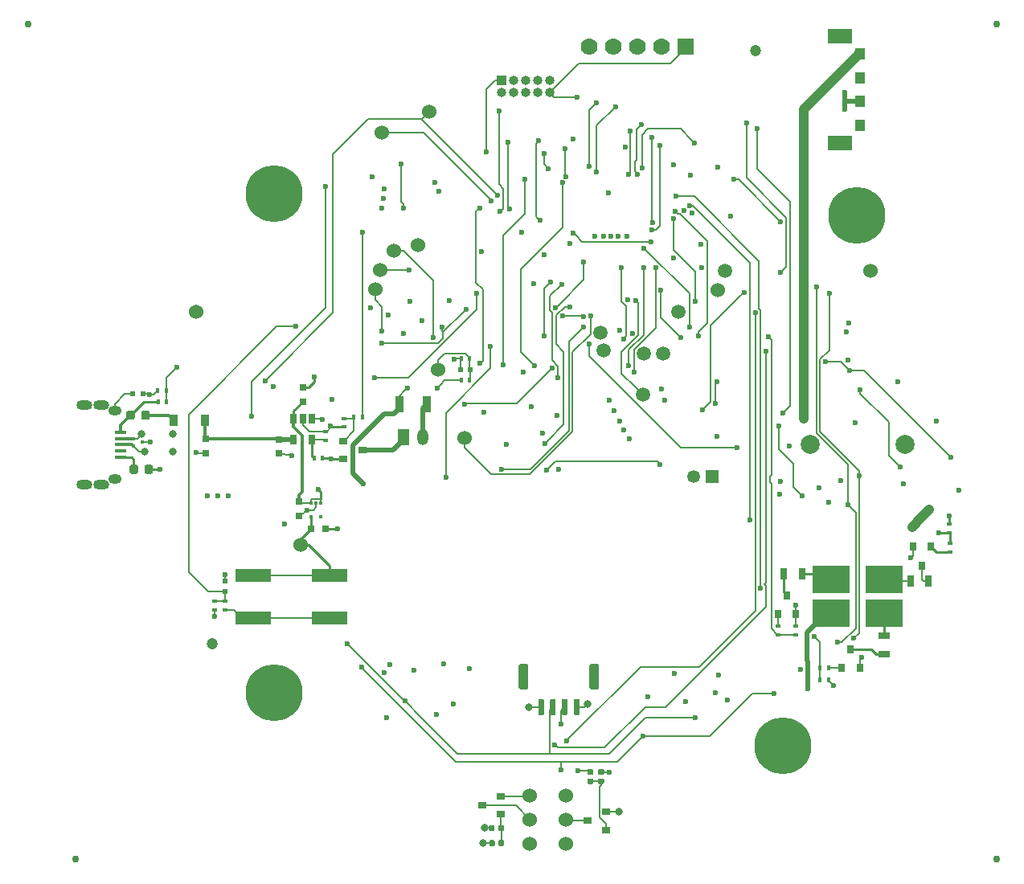
<source format=gbr>
G04 #@! TF.GenerationSoftware,KiCad,Pcbnew,(5.1.2)-2*
G04 #@! TF.CreationDate,2019-10-03T15:28:12-06:00*
G04 #@! TF.ProjectId,MagSensor,4d616753-656e-4736-9f72-2e6b69636164,rev?*
G04 #@! TF.SameCoordinates,Original*
G04 #@! TF.FileFunction,Copper,L1,Top*
G04 #@! TF.FilePolarity,Positive*
%FSLAX46Y46*%
G04 Gerber Fmt 4.6, Leading zero omitted, Abs format (unit mm)*
G04 Created by KiCad (PCBNEW (5.1.2)-2) date 2019-10-03 15:28:12*
%MOMM*%
%LPD*%
G04 APERTURE LIST*
%ADD10C,0.750000*%
%ADD11C,2.000000*%
%ADD12R,1.350000X1.350000*%
%ADD13C,1.350000*%
%ADD14R,4.000000X3.000000*%
%ADD15R,0.800000X0.900000*%
%ADD16R,1.300000X0.700000*%
%ADD17R,1.000000X1.000000*%
%ADD18O,1.000000X1.000000*%
%ADD19R,0.400000X0.600000*%
%ADD20R,0.600000X0.500000*%
%ADD21R,0.450000X0.400000*%
%ADD22R,0.900000X0.800000*%
%ADD23R,0.600000X0.400000*%
%ADD24R,0.300000X0.450000*%
%ADD25R,0.650000X1.060000*%
%ADD26C,1.524000*%
%ADD27R,0.900000X1.200000*%
%ADD28R,0.700000X1.300000*%
%ADD29R,0.500000X0.600000*%
%ADD30R,0.750000X0.800000*%
%ADD31C,6.000000*%
%ADD32O,1.700000X1.000000*%
%ADD33O,1.400000X1.000000*%
%ADD34R,1.200000X0.450000*%
%ADD35R,1.200000X1.700000*%
%ADD36O,1.200000X1.700000*%
%ADD37R,0.900000X1.700000*%
%ADD38R,3.750000X1.400000*%
%ADD39C,1.200000*%
%ADD40R,0.800000X0.750000*%
%ADD41C,1.500000*%
%ADD42R,2.500000X1.500000*%
%ADD43R,1.000000X1.300000*%
%ADD44R,1.778000X1.778000*%
%ADD45C,1.778000*%
%ADD46C,0.100000*%
%ADD47C,0.875000*%
%ADD48C,0.600000*%
%ADD49C,1.000000*%
%ADD50C,0.590000*%
%ADD51C,0.800000*%
%ADD52C,0.200000*%
%ADD53C,0.250000*%
%ADD54C,0.500000*%
%ADD55C,0.300000*%
%ADD56C,1.000000*%
G04 APERTURE END LIST*
D10*
X173323088Y-170705684D03*
X76323088Y-170705684D03*
X71323088Y-82705684D03*
X173323088Y-82705684D03*
D11*
X153750000Y-127000000D03*
X163750000Y-127000000D03*
D12*
X143423088Y-130405684D03*
D13*
X141423088Y-130405684D03*
D14*
X155950000Y-141252000D03*
X155950000Y-144752000D03*
X161550000Y-144752000D03*
X161550000Y-141252000D03*
D15*
X150323088Y-144880684D03*
X152223088Y-144880684D03*
X151273088Y-142880684D03*
D16*
X161540088Y-147149684D03*
X161540088Y-149049684D03*
D17*
X121198088Y-88652284D03*
D18*
X121198088Y-89922284D03*
X122468088Y-88652284D03*
X122468088Y-89922284D03*
X123738088Y-88652284D03*
X123738088Y-89922284D03*
X125008088Y-88652284D03*
X125008088Y-89922284D03*
X126278088Y-88652284D03*
X126278088Y-89922284D03*
D19*
X154773088Y-151780684D03*
X155673088Y-151780684D03*
D20*
X82330008Y-121673524D03*
X83430008Y-121673524D03*
D21*
X82394109Y-126368764D03*
X82394109Y-127168764D03*
X83399107Y-126768764D03*
D15*
X166423088Y-137730684D03*
X164523088Y-137730684D03*
X165473088Y-139730684D03*
X157048088Y-150555684D03*
X158948088Y-150555684D03*
X157998088Y-148555684D03*
D22*
X104567888Y-126611284D03*
X104567888Y-128511284D03*
X106567888Y-127561284D03*
D23*
X102710860Y-126548332D03*
X102710860Y-125648332D03*
D19*
X116950508Y-120256384D03*
X117850508Y-120256384D03*
X117850508Y-117970384D03*
X116950508Y-117970384D03*
X101450888Y-128465484D03*
X102350888Y-128465484D03*
X85017088Y-122521884D03*
X85917088Y-122521884D03*
X85891688Y-121302684D03*
X84991688Y-121302684D03*
D23*
X152173088Y-147030684D03*
X152173088Y-146130684D03*
X150373088Y-146130684D03*
X150373088Y-147030684D03*
X168398088Y-136280684D03*
X168398088Y-135380684D03*
X168448888Y-138313484D03*
X168448888Y-137413484D03*
D19*
X155673088Y-150530684D03*
X154773088Y-150530684D03*
X105663568Y-124145884D03*
X106563568Y-124145884D03*
D23*
X104577288Y-125166964D03*
X104577288Y-124266964D03*
D24*
X102185288Y-133206764D03*
X101185288Y-133206764D03*
X102185288Y-134606764D03*
X101685288Y-133206764D03*
X101185288Y-134606764D03*
D25*
X101217380Y-124241412D03*
X100267380Y-124241412D03*
X99317380Y-124241412D03*
X99317380Y-126441412D03*
X101217380Y-126441412D03*
D20*
X117950508Y-119113384D03*
X116850508Y-119113384D03*
D26*
X114550088Y-119143684D03*
D27*
X89988288Y-124477684D03*
X86688288Y-124477684D03*
D28*
X152838088Y-140606684D03*
X150938088Y-140606684D03*
X164298088Y-141380684D03*
X166198088Y-141380684D03*
D23*
X90993088Y-143505684D03*
X90993088Y-144405684D03*
D29*
X92073088Y-141405684D03*
X92073088Y-142505684D03*
D30*
X90064488Y-126394684D03*
X90064488Y-127894684D03*
D23*
X92073088Y-143505684D03*
X92073088Y-144405684D03*
D31*
X97282000Y-153162000D03*
X150876000Y-158750000D03*
X158623000Y-102870000D03*
X97282000Y-100584000D03*
D32*
X77306248Y-122797764D03*
X77306248Y-131247764D03*
X79056248Y-122797764D03*
X79056248Y-131247764D03*
D33*
X80456248Y-130622764D03*
X80456248Y-123422764D03*
D34*
X81056248Y-125722764D03*
X81056248Y-126372764D03*
X81056248Y-127022764D03*
X81056248Y-127672764D03*
X81056248Y-128322764D03*
D35*
X110923088Y-126205684D03*
D36*
X112923088Y-126205684D03*
D26*
X117313088Y-126275684D03*
X107923088Y-110685684D03*
X112423088Y-106005684D03*
X108423088Y-108605684D03*
X109823088Y-106605684D03*
X113623088Y-91905684D03*
X108623088Y-94155684D03*
X160103088Y-108715684D03*
X89018088Y-112997284D03*
X100004088Y-137604084D03*
D37*
X110433088Y-122725084D03*
X113333088Y-122725084D03*
D38*
X95060000Y-145252000D03*
X103060000Y-145252000D03*
X103060000Y-140752000D03*
X95060000Y-140752000D03*
D39*
X90723088Y-148005684D03*
X147923088Y-85505684D03*
D30*
X99901168Y-134497284D03*
X99901168Y-132997284D03*
D40*
X102662888Y-135856884D03*
X101162888Y-135856884D03*
D30*
X97793088Y-127947284D03*
X97793088Y-126447284D03*
X100300688Y-122484484D03*
X100300688Y-120984484D03*
D41*
X131923088Y-117105684D03*
X131633088Y-115185684D03*
X144723088Y-108705684D03*
X139873088Y-113005684D03*
X138223088Y-117405684D03*
X136223088Y-117405684D03*
X136073088Y-121755684D03*
D42*
X156815688Y-83942284D03*
X156815688Y-95242284D03*
D43*
X158965688Y-85842284D03*
X158965688Y-88342284D03*
X158965688Y-90842284D03*
X158965688Y-93342284D03*
D44*
X140585088Y-85107684D03*
D45*
X138045088Y-85107684D03*
X135505088Y-85107684D03*
X132965088Y-85107684D03*
X130425088Y-85107684D03*
D46*
G36*
X84284979Y-129134537D02*
G01*
X84306214Y-129137687D01*
X84327038Y-129142903D01*
X84347250Y-129150135D01*
X84366656Y-129159314D01*
X84385069Y-129170350D01*
X84402312Y-129183138D01*
X84418218Y-129197554D01*
X84432634Y-129213460D01*
X84445422Y-129230703D01*
X84456458Y-129249116D01*
X84465637Y-129268522D01*
X84472869Y-129288734D01*
X84478085Y-129309558D01*
X84481235Y-129330793D01*
X84482288Y-129352234D01*
X84482288Y-129864734D01*
X84481235Y-129886175D01*
X84478085Y-129907410D01*
X84472869Y-129928234D01*
X84465637Y-129948446D01*
X84456458Y-129967852D01*
X84445422Y-129986265D01*
X84432634Y-130003508D01*
X84418218Y-130019414D01*
X84402312Y-130033830D01*
X84385069Y-130046618D01*
X84366656Y-130057654D01*
X84347250Y-130066833D01*
X84327038Y-130074065D01*
X84306214Y-130079281D01*
X84284979Y-130082431D01*
X84263538Y-130083484D01*
X83826038Y-130083484D01*
X83804597Y-130082431D01*
X83783362Y-130079281D01*
X83762538Y-130074065D01*
X83742326Y-130066833D01*
X83722920Y-130057654D01*
X83704507Y-130046618D01*
X83687264Y-130033830D01*
X83671358Y-130019414D01*
X83656942Y-130003508D01*
X83644154Y-129986265D01*
X83633118Y-129967852D01*
X83623939Y-129948446D01*
X83616707Y-129928234D01*
X83611491Y-129907410D01*
X83608341Y-129886175D01*
X83607288Y-129864734D01*
X83607288Y-129352234D01*
X83608341Y-129330793D01*
X83611491Y-129309558D01*
X83616707Y-129288734D01*
X83623939Y-129268522D01*
X83633118Y-129249116D01*
X83644154Y-129230703D01*
X83656942Y-129213460D01*
X83671358Y-129197554D01*
X83687264Y-129183138D01*
X83704507Y-129170350D01*
X83722920Y-129159314D01*
X83742326Y-129150135D01*
X83762538Y-129142903D01*
X83783362Y-129137687D01*
X83804597Y-129134537D01*
X83826038Y-129133484D01*
X84263538Y-129133484D01*
X84284979Y-129134537D01*
X84284979Y-129134537D01*
G37*
D47*
X84044788Y-129608484D03*
D46*
G36*
X82709979Y-129134537D02*
G01*
X82731214Y-129137687D01*
X82752038Y-129142903D01*
X82772250Y-129150135D01*
X82791656Y-129159314D01*
X82810069Y-129170350D01*
X82827312Y-129183138D01*
X82843218Y-129197554D01*
X82857634Y-129213460D01*
X82870422Y-129230703D01*
X82881458Y-129249116D01*
X82890637Y-129268522D01*
X82897869Y-129288734D01*
X82903085Y-129309558D01*
X82906235Y-129330793D01*
X82907288Y-129352234D01*
X82907288Y-129864734D01*
X82906235Y-129886175D01*
X82903085Y-129907410D01*
X82897869Y-129928234D01*
X82890637Y-129948446D01*
X82881458Y-129967852D01*
X82870422Y-129986265D01*
X82857634Y-130003508D01*
X82843218Y-130019414D01*
X82827312Y-130033830D01*
X82810069Y-130046618D01*
X82791656Y-130057654D01*
X82772250Y-130066833D01*
X82752038Y-130074065D01*
X82731214Y-130079281D01*
X82709979Y-130082431D01*
X82688538Y-130083484D01*
X82251038Y-130083484D01*
X82229597Y-130082431D01*
X82208362Y-130079281D01*
X82187538Y-130074065D01*
X82167326Y-130066833D01*
X82147920Y-130057654D01*
X82129507Y-130046618D01*
X82112264Y-130033830D01*
X82096358Y-130019414D01*
X82081942Y-130003508D01*
X82069154Y-129986265D01*
X82058118Y-129967852D01*
X82048939Y-129948446D01*
X82041707Y-129928234D01*
X82036491Y-129907410D01*
X82033341Y-129886175D01*
X82032288Y-129864734D01*
X82032288Y-129352234D01*
X82033341Y-129330793D01*
X82036491Y-129309558D01*
X82041707Y-129288734D01*
X82048939Y-129268522D01*
X82058118Y-129249116D01*
X82069154Y-129230703D01*
X82081942Y-129213460D01*
X82096358Y-129197554D01*
X82112264Y-129183138D01*
X82129507Y-129170350D01*
X82147920Y-129159314D01*
X82167326Y-129150135D01*
X82187538Y-129142903D01*
X82208362Y-129137687D01*
X82229597Y-129134537D01*
X82251038Y-129133484D01*
X82688538Y-129133484D01*
X82709979Y-129134537D01*
X82709979Y-129134537D01*
G37*
D47*
X82469788Y-129608484D03*
D46*
G36*
X83939539Y-123439857D02*
G01*
X83960774Y-123443007D01*
X83981598Y-123448223D01*
X84001810Y-123455455D01*
X84021216Y-123464634D01*
X84039629Y-123475670D01*
X84056872Y-123488458D01*
X84072778Y-123502874D01*
X84087194Y-123518780D01*
X84099982Y-123536023D01*
X84111018Y-123554436D01*
X84120197Y-123573842D01*
X84127429Y-123594054D01*
X84132645Y-123614878D01*
X84135795Y-123636113D01*
X84136848Y-123657554D01*
X84136848Y-124170054D01*
X84135795Y-124191495D01*
X84132645Y-124212730D01*
X84127429Y-124233554D01*
X84120197Y-124253766D01*
X84111018Y-124273172D01*
X84099982Y-124291585D01*
X84087194Y-124308828D01*
X84072778Y-124324734D01*
X84056872Y-124339150D01*
X84039629Y-124351938D01*
X84021216Y-124362974D01*
X84001810Y-124372153D01*
X83981598Y-124379385D01*
X83960774Y-124384601D01*
X83939539Y-124387751D01*
X83918098Y-124388804D01*
X83480598Y-124388804D01*
X83459157Y-124387751D01*
X83437922Y-124384601D01*
X83417098Y-124379385D01*
X83396886Y-124372153D01*
X83377480Y-124362974D01*
X83359067Y-124351938D01*
X83341824Y-124339150D01*
X83325918Y-124324734D01*
X83311502Y-124308828D01*
X83298714Y-124291585D01*
X83287678Y-124273172D01*
X83278499Y-124253766D01*
X83271267Y-124233554D01*
X83266051Y-124212730D01*
X83262901Y-124191495D01*
X83261848Y-124170054D01*
X83261848Y-123657554D01*
X83262901Y-123636113D01*
X83266051Y-123614878D01*
X83271267Y-123594054D01*
X83278499Y-123573842D01*
X83287678Y-123554436D01*
X83298714Y-123536023D01*
X83311502Y-123518780D01*
X83325918Y-123502874D01*
X83341824Y-123488458D01*
X83359067Y-123475670D01*
X83377480Y-123464634D01*
X83396886Y-123455455D01*
X83417098Y-123448223D01*
X83437922Y-123443007D01*
X83459157Y-123439857D01*
X83480598Y-123438804D01*
X83918098Y-123438804D01*
X83939539Y-123439857D01*
X83939539Y-123439857D01*
G37*
D47*
X83699348Y-123913804D03*
D46*
G36*
X82364539Y-123439857D02*
G01*
X82385774Y-123443007D01*
X82406598Y-123448223D01*
X82426810Y-123455455D01*
X82446216Y-123464634D01*
X82464629Y-123475670D01*
X82481872Y-123488458D01*
X82497778Y-123502874D01*
X82512194Y-123518780D01*
X82524982Y-123536023D01*
X82536018Y-123554436D01*
X82545197Y-123573842D01*
X82552429Y-123594054D01*
X82557645Y-123614878D01*
X82560795Y-123636113D01*
X82561848Y-123657554D01*
X82561848Y-124170054D01*
X82560795Y-124191495D01*
X82557645Y-124212730D01*
X82552429Y-124233554D01*
X82545197Y-124253766D01*
X82536018Y-124273172D01*
X82524982Y-124291585D01*
X82512194Y-124308828D01*
X82497778Y-124324734D01*
X82481872Y-124339150D01*
X82464629Y-124351938D01*
X82446216Y-124362974D01*
X82426810Y-124372153D01*
X82406598Y-124379385D01*
X82385774Y-124384601D01*
X82364539Y-124387751D01*
X82343098Y-124388804D01*
X81905598Y-124388804D01*
X81884157Y-124387751D01*
X81862922Y-124384601D01*
X81842098Y-124379385D01*
X81821886Y-124372153D01*
X81802480Y-124362974D01*
X81784067Y-124351938D01*
X81766824Y-124339150D01*
X81750918Y-124324734D01*
X81736502Y-124308828D01*
X81723714Y-124291585D01*
X81712678Y-124273172D01*
X81703499Y-124253766D01*
X81696267Y-124233554D01*
X81691051Y-124212730D01*
X81687901Y-124191495D01*
X81686848Y-124170054D01*
X81686848Y-123657554D01*
X81687901Y-123636113D01*
X81691051Y-123614878D01*
X81696267Y-123594054D01*
X81703499Y-123573842D01*
X81712678Y-123554436D01*
X81723714Y-123536023D01*
X81736502Y-123518780D01*
X81750918Y-123502874D01*
X81766824Y-123488458D01*
X81784067Y-123475670D01*
X81802480Y-123464634D01*
X81821886Y-123455455D01*
X81842098Y-123448223D01*
X81862922Y-123443007D01*
X81884157Y-123439857D01*
X81905598Y-123438804D01*
X82343098Y-123438804D01*
X82364539Y-123439857D01*
X82364539Y-123439857D01*
G37*
D47*
X82124348Y-123913804D03*
D46*
G36*
X129289791Y-153799406D02*
G01*
X129304352Y-153801566D01*
X129318631Y-153805143D01*
X129332491Y-153810102D01*
X129345798Y-153816396D01*
X129358424Y-153823964D01*
X129370247Y-153832732D01*
X129381154Y-153842618D01*
X129391040Y-153853525D01*
X129399808Y-153865348D01*
X129407376Y-153877974D01*
X129413670Y-153891281D01*
X129418629Y-153905141D01*
X129422206Y-153919420D01*
X129424366Y-153933981D01*
X129425088Y-153948684D01*
X129425088Y-155348684D01*
X129424366Y-155363387D01*
X129422206Y-155377948D01*
X129418629Y-155392227D01*
X129413670Y-155406087D01*
X129407376Y-155419394D01*
X129399808Y-155432020D01*
X129391040Y-155443843D01*
X129381154Y-155454750D01*
X129370247Y-155464636D01*
X129358424Y-155473404D01*
X129345798Y-155480972D01*
X129332491Y-155487266D01*
X129318631Y-155492225D01*
X129304352Y-155495802D01*
X129289791Y-155497962D01*
X129275088Y-155498684D01*
X128975088Y-155498684D01*
X128960385Y-155497962D01*
X128945824Y-155495802D01*
X128931545Y-155492225D01*
X128917685Y-155487266D01*
X128904378Y-155480972D01*
X128891752Y-155473404D01*
X128879929Y-155464636D01*
X128869022Y-155454750D01*
X128859136Y-155443843D01*
X128850368Y-155432020D01*
X128842800Y-155419394D01*
X128836506Y-155406087D01*
X128831547Y-155392227D01*
X128827970Y-155377948D01*
X128825810Y-155363387D01*
X128825088Y-155348684D01*
X128825088Y-153948684D01*
X128825810Y-153933981D01*
X128827970Y-153919420D01*
X128831547Y-153905141D01*
X128836506Y-153891281D01*
X128842800Y-153877974D01*
X128850368Y-153865348D01*
X128859136Y-153853525D01*
X128869022Y-153842618D01*
X128879929Y-153832732D01*
X128891752Y-153823964D01*
X128904378Y-153816396D01*
X128917685Y-153810102D01*
X128931545Y-153805143D01*
X128945824Y-153801566D01*
X128960385Y-153799406D01*
X128975088Y-153798684D01*
X129275088Y-153798684D01*
X129289791Y-153799406D01*
X129289791Y-153799406D01*
G37*
D48*
X129125088Y-154648684D03*
D46*
G36*
X128039791Y-153799406D02*
G01*
X128054352Y-153801566D01*
X128068631Y-153805143D01*
X128082491Y-153810102D01*
X128095798Y-153816396D01*
X128108424Y-153823964D01*
X128120247Y-153832732D01*
X128131154Y-153842618D01*
X128141040Y-153853525D01*
X128149808Y-153865348D01*
X128157376Y-153877974D01*
X128163670Y-153891281D01*
X128168629Y-153905141D01*
X128172206Y-153919420D01*
X128174366Y-153933981D01*
X128175088Y-153948684D01*
X128175088Y-155348684D01*
X128174366Y-155363387D01*
X128172206Y-155377948D01*
X128168629Y-155392227D01*
X128163670Y-155406087D01*
X128157376Y-155419394D01*
X128149808Y-155432020D01*
X128141040Y-155443843D01*
X128131154Y-155454750D01*
X128120247Y-155464636D01*
X128108424Y-155473404D01*
X128095798Y-155480972D01*
X128082491Y-155487266D01*
X128068631Y-155492225D01*
X128054352Y-155495802D01*
X128039791Y-155497962D01*
X128025088Y-155498684D01*
X127725088Y-155498684D01*
X127710385Y-155497962D01*
X127695824Y-155495802D01*
X127681545Y-155492225D01*
X127667685Y-155487266D01*
X127654378Y-155480972D01*
X127641752Y-155473404D01*
X127629929Y-155464636D01*
X127619022Y-155454750D01*
X127609136Y-155443843D01*
X127600368Y-155432020D01*
X127592800Y-155419394D01*
X127586506Y-155406087D01*
X127581547Y-155392227D01*
X127577970Y-155377948D01*
X127575810Y-155363387D01*
X127575088Y-155348684D01*
X127575088Y-153948684D01*
X127575810Y-153933981D01*
X127577970Y-153919420D01*
X127581547Y-153905141D01*
X127586506Y-153891281D01*
X127592800Y-153877974D01*
X127600368Y-153865348D01*
X127609136Y-153853525D01*
X127619022Y-153842618D01*
X127629929Y-153832732D01*
X127641752Y-153823964D01*
X127654378Y-153816396D01*
X127667685Y-153810102D01*
X127681545Y-153805143D01*
X127695824Y-153801566D01*
X127710385Y-153799406D01*
X127725088Y-153798684D01*
X128025088Y-153798684D01*
X128039791Y-153799406D01*
X128039791Y-153799406D01*
G37*
D48*
X127875088Y-154648684D03*
D46*
G36*
X126789791Y-153799406D02*
G01*
X126804352Y-153801566D01*
X126818631Y-153805143D01*
X126832491Y-153810102D01*
X126845798Y-153816396D01*
X126858424Y-153823964D01*
X126870247Y-153832732D01*
X126881154Y-153842618D01*
X126891040Y-153853525D01*
X126899808Y-153865348D01*
X126907376Y-153877974D01*
X126913670Y-153891281D01*
X126918629Y-153905141D01*
X126922206Y-153919420D01*
X126924366Y-153933981D01*
X126925088Y-153948684D01*
X126925088Y-155348684D01*
X126924366Y-155363387D01*
X126922206Y-155377948D01*
X126918629Y-155392227D01*
X126913670Y-155406087D01*
X126907376Y-155419394D01*
X126899808Y-155432020D01*
X126891040Y-155443843D01*
X126881154Y-155454750D01*
X126870247Y-155464636D01*
X126858424Y-155473404D01*
X126845798Y-155480972D01*
X126832491Y-155487266D01*
X126818631Y-155492225D01*
X126804352Y-155495802D01*
X126789791Y-155497962D01*
X126775088Y-155498684D01*
X126475088Y-155498684D01*
X126460385Y-155497962D01*
X126445824Y-155495802D01*
X126431545Y-155492225D01*
X126417685Y-155487266D01*
X126404378Y-155480972D01*
X126391752Y-155473404D01*
X126379929Y-155464636D01*
X126369022Y-155454750D01*
X126359136Y-155443843D01*
X126350368Y-155432020D01*
X126342800Y-155419394D01*
X126336506Y-155406087D01*
X126331547Y-155392227D01*
X126327970Y-155377948D01*
X126325810Y-155363387D01*
X126325088Y-155348684D01*
X126325088Y-153948684D01*
X126325810Y-153933981D01*
X126327970Y-153919420D01*
X126331547Y-153905141D01*
X126336506Y-153891281D01*
X126342800Y-153877974D01*
X126350368Y-153865348D01*
X126359136Y-153853525D01*
X126369022Y-153842618D01*
X126379929Y-153832732D01*
X126391752Y-153823964D01*
X126404378Y-153816396D01*
X126417685Y-153810102D01*
X126431545Y-153805143D01*
X126445824Y-153801566D01*
X126460385Y-153799406D01*
X126475088Y-153798684D01*
X126775088Y-153798684D01*
X126789791Y-153799406D01*
X126789791Y-153799406D01*
G37*
D48*
X126625088Y-154648684D03*
D46*
G36*
X125539791Y-153799406D02*
G01*
X125554352Y-153801566D01*
X125568631Y-153805143D01*
X125582491Y-153810102D01*
X125595798Y-153816396D01*
X125608424Y-153823964D01*
X125620247Y-153832732D01*
X125631154Y-153842618D01*
X125641040Y-153853525D01*
X125649808Y-153865348D01*
X125657376Y-153877974D01*
X125663670Y-153891281D01*
X125668629Y-153905141D01*
X125672206Y-153919420D01*
X125674366Y-153933981D01*
X125675088Y-153948684D01*
X125675088Y-155348684D01*
X125674366Y-155363387D01*
X125672206Y-155377948D01*
X125668629Y-155392227D01*
X125663670Y-155406087D01*
X125657376Y-155419394D01*
X125649808Y-155432020D01*
X125641040Y-155443843D01*
X125631154Y-155454750D01*
X125620247Y-155464636D01*
X125608424Y-155473404D01*
X125595798Y-155480972D01*
X125582491Y-155487266D01*
X125568631Y-155492225D01*
X125554352Y-155495802D01*
X125539791Y-155497962D01*
X125525088Y-155498684D01*
X125225088Y-155498684D01*
X125210385Y-155497962D01*
X125195824Y-155495802D01*
X125181545Y-155492225D01*
X125167685Y-155487266D01*
X125154378Y-155480972D01*
X125141752Y-155473404D01*
X125129929Y-155464636D01*
X125119022Y-155454750D01*
X125109136Y-155443843D01*
X125100368Y-155432020D01*
X125092800Y-155419394D01*
X125086506Y-155406087D01*
X125081547Y-155392227D01*
X125077970Y-155377948D01*
X125075810Y-155363387D01*
X125075088Y-155348684D01*
X125075088Y-153948684D01*
X125075810Y-153933981D01*
X125077970Y-153919420D01*
X125081547Y-153905141D01*
X125086506Y-153891281D01*
X125092800Y-153877974D01*
X125100368Y-153865348D01*
X125109136Y-153853525D01*
X125119022Y-153842618D01*
X125129929Y-153832732D01*
X125141752Y-153823964D01*
X125154378Y-153816396D01*
X125167685Y-153810102D01*
X125181545Y-153805143D01*
X125195824Y-153801566D01*
X125210385Y-153799406D01*
X125225088Y-153798684D01*
X125525088Y-153798684D01*
X125539791Y-153799406D01*
X125539791Y-153799406D01*
G37*
D48*
X125375088Y-154648684D03*
D46*
G36*
X131249592Y-150099888D02*
G01*
X131273861Y-150103488D01*
X131297659Y-150109449D01*
X131320759Y-150117714D01*
X131342937Y-150128204D01*
X131363981Y-150140817D01*
X131383686Y-150155431D01*
X131401865Y-150171907D01*
X131418341Y-150190086D01*
X131432955Y-150209791D01*
X131445568Y-150230835D01*
X131456058Y-150253013D01*
X131464323Y-150276113D01*
X131470284Y-150299911D01*
X131473884Y-150324180D01*
X131475088Y-150348684D01*
X131475088Y-152548684D01*
X131473884Y-152573188D01*
X131470284Y-152597457D01*
X131464323Y-152621255D01*
X131456058Y-152644355D01*
X131445568Y-152666533D01*
X131432955Y-152687577D01*
X131418341Y-152707282D01*
X131401865Y-152725461D01*
X131383686Y-152741937D01*
X131363981Y-152756551D01*
X131342937Y-152769164D01*
X131320759Y-152779654D01*
X131297659Y-152787919D01*
X131273861Y-152793880D01*
X131249592Y-152797480D01*
X131225088Y-152798684D01*
X130725088Y-152798684D01*
X130700584Y-152797480D01*
X130676315Y-152793880D01*
X130652517Y-152787919D01*
X130629417Y-152779654D01*
X130607239Y-152769164D01*
X130586195Y-152756551D01*
X130566490Y-152741937D01*
X130548311Y-152725461D01*
X130531835Y-152707282D01*
X130517221Y-152687577D01*
X130504608Y-152666533D01*
X130494118Y-152644355D01*
X130485853Y-152621255D01*
X130479892Y-152597457D01*
X130476292Y-152573188D01*
X130475088Y-152548684D01*
X130475088Y-150348684D01*
X130476292Y-150324180D01*
X130479892Y-150299911D01*
X130485853Y-150276113D01*
X130494118Y-150253013D01*
X130504608Y-150230835D01*
X130517221Y-150209791D01*
X130531835Y-150190086D01*
X130548311Y-150171907D01*
X130566490Y-150155431D01*
X130586195Y-150140817D01*
X130607239Y-150128204D01*
X130629417Y-150117714D01*
X130652517Y-150109449D01*
X130676315Y-150103488D01*
X130700584Y-150099888D01*
X130725088Y-150098684D01*
X131225088Y-150098684D01*
X131249592Y-150099888D01*
X131249592Y-150099888D01*
G37*
D49*
X130975088Y-151448684D03*
D46*
G36*
X123799592Y-150099888D02*
G01*
X123823861Y-150103488D01*
X123847659Y-150109449D01*
X123870759Y-150117714D01*
X123892937Y-150128204D01*
X123913981Y-150140817D01*
X123933686Y-150155431D01*
X123951865Y-150171907D01*
X123968341Y-150190086D01*
X123982955Y-150209791D01*
X123995568Y-150230835D01*
X124006058Y-150253013D01*
X124014323Y-150276113D01*
X124020284Y-150299911D01*
X124023884Y-150324180D01*
X124025088Y-150348684D01*
X124025088Y-152548684D01*
X124023884Y-152573188D01*
X124020284Y-152597457D01*
X124014323Y-152621255D01*
X124006058Y-152644355D01*
X123995568Y-152666533D01*
X123982955Y-152687577D01*
X123968341Y-152707282D01*
X123951865Y-152725461D01*
X123933686Y-152741937D01*
X123913981Y-152756551D01*
X123892937Y-152769164D01*
X123870759Y-152779654D01*
X123847659Y-152787919D01*
X123823861Y-152793880D01*
X123799592Y-152797480D01*
X123775088Y-152798684D01*
X123275088Y-152798684D01*
X123250584Y-152797480D01*
X123226315Y-152793880D01*
X123202517Y-152787919D01*
X123179417Y-152779654D01*
X123157239Y-152769164D01*
X123136195Y-152756551D01*
X123116490Y-152741937D01*
X123098311Y-152725461D01*
X123081835Y-152707282D01*
X123067221Y-152687577D01*
X123054608Y-152666533D01*
X123044118Y-152644355D01*
X123035853Y-152621255D01*
X123029892Y-152597457D01*
X123026292Y-152573188D01*
X123025088Y-152548684D01*
X123025088Y-150348684D01*
X123026292Y-150324180D01*
X123029892Y-150299911D01*
X123035853Y-150276113D01*
X123044118Y-150253013D01*
X123054608Y-150230835D01*
X123067221Y-150209791D01*
X123081835Y-150190086D01*
X123098311Y-150171907D01*
X123116490Y-150155431D01*
X123136195Y-150140817D01*
X123157239Y-150128204D01*
X123179417Y-150117714D01*
X123202517Y-150109449D01*
X123226315Y-150103488D01*
X123250584Y-150099888D01*
X123275088Y-150098684D01*
X123775088Y-150098684D01*
X123799592Y-150099888D01*
X123799592Y-150099888D01*
G37*
D49*
X123525088Y-151448684D03*
D26*
X124202088Y-169024684D03*
X124202088Y-166484684D03*
X124202088Y-163944684D03*
X128012088Y-163974684D03*
X128012088Y-166514684D03*
X128012088Y-169054684D03*
D22*
X132234588Y-167591684D03*
X132234588Y-165691684D03*
X130234588Y-166641684D03*
X119138088Y-164990684D03*
X121138088Y-164040684D03*
X121138088Y-165940684D03*
D46*
G36*
X130739046Y-162173894D02*
G01*
X130753364Y-162176018D01*
X130767405Y-162179535D01*
X130781034Y-162184412D01*
X130794119Y-162190601D01*
X130806535Y-162198042D01*
X130818161Y-162206665D01*
X130828886Y-162216386D01*
X130838607Y-162227111D01*
X130847230Y-162238737D01*
X130854671Y-162251153D01*
X130860860Y-162264238D01*
X130865737Y-162277867D01*
X130869254Y-162291908D01*
X130871378Y-162306226D01*
X130872088Y-162320684D01*
X130872088Y-162615684D01*
X130871378Y-162630142D01*
X130869254Y-162644460D01*
X130865737Y-162658501D01*
X130860860Y-162672130D01*
X130854671Y-162685215D01*
X130847230Y-162697631D01*
X130838607Y-162709257D01*
X130828886Y-162719982D01*
X130818161Y-162729703D01*
X130806535Y-162738326D01*
X130794119Y-162745767D01*
X130781034Y-162751956D01*
X130767405Y-162756833D01*
X130753364Y-162760350D01*
X130739046Y-162762474D01*
X130724588Y-162763184D01*
X130379588Y-162763184D01*
X130365130Y-162762474D01*
X130350812Y-162760350D01*
X130336771Y-162756833D01*
X130323142Y-162751956D01*
X130310057Y-162745767D01*
X130297641Y-162738326D01*
X130286015Y-162729703D01*
X130275290Y-162719982D01*
X130265569Y-162709257D01*
X130256946Y-162697631D01*
X130249505Y-162685215D01*
X130243316Y-162672130D01*
X130238439Y-162658501D01*
X130234922Y-162644460D01*
X130232798Y-162630142D01*
X130232088Y-162615684D01*
X130232088Y-162320684D01*
X130232798Y-162306226D01*
X130234922Y-162291908D01*
X130238439Y-162277867D01*
X130243316Y-162264238D01*
X130249505Y-162251153D01*
X130256946Y-162238737D01*
X130265569Y-162227111D01*
X130275290Y-162216386D01*
X130286015Y-162206665D01*
X130297641Y-162198042D01*
X130310057Y-162190601D01*
X130323142Y-162184412D01*
X130336771Y-162179535D01*
X130350812Y-162176018D01*
X130365130Y-162173894D01*
X130379588Y-162173184D01*
X130724588Y-162173184D01*
X130739046Y-162173894D01*
X130739046Y-162173894D01*
G37*
D50*
X130552088Y-162468184D03*
D46*
G36*
X130739046Y-161203894D02*
G01*
X130753364Y-161206018D01*
X130767405Y-161209535D01*
X130781034Y-161214412D01*
X130794119Y-161220601D01*
X130806535Y-161228042D01*
X130818161Y-161236665D01*
X130828886Y-161246386D01*
X130838607Y-161257111D01*
X130847230Y-161268737D01*
X130854671Y-161281153D01*
X130860860Y-161294238D01*
X130865737Y-161307867D01*
X130869254Y-161321908D01*
X130871378Y-161336226D01*
X130872088Y-161350684D01*
X130872088Y-161645684D01*
X130871378Y-161660142D01*
X130869254Y-161674460D01*
X130865737Y-161688501D01*
X130860860Y-161702130D01*
X130854671Y-161715215D01*
X130847230Y-161727631D01*
X130838607Y-161739257D01*
X130828886Y-161749982D01*
X130818161Y-161759703D01*
X130806535Y-161768326D01*
X130794119Y-161775767D01*
X130781034Y-161781956D01*
X130767405Y-161786833D01*
X130753364Y-161790350D01*
X130739046Y-161792474D01*
X130724588Y-161793184D01*
X130379588Y-161793184D01*
X130365130Y-161792474D01*
X130350812Y-161790350D01*
X130336771Y-161786833D01*
X130323142Y-161781956D01*
X130310057Y-161775767D01*
X130297641Y-161768326D01*
X130286015Y-161759703D01*
X130275290Y-161749982D01*
X130265569Y-161739257D01*
X130256946Y-161727631D01*
X130249505Y-161715215D01*
X130243316Y-161702130D01*
X130238439Y-161688501D01*
X130234922Y-161674460D01*
X130232798Y-161660142D01*
X130232088Y-161645684D01*
X130232088Y-161350684D01*
X130232798Y-161336226D01*
X130234922Y-161321908D01*
X130238439Y-161307867D01*
X130243316Y-161294238D01*
X130249505Y-161281153D01*
X130256946Y-161268737D01*
X130265569Y-161257111D01*
X130275290Y-161246386D01*
X130286015Y-161236665D01*
X130297641Y-161228042D01*
X130310057Y-161220601D01*
X130323142Y-161214412D01*
X130336771Y-161209535D01*
X130350812Y-161206018D01*
X130365130Y-161203894D01*
X130379588Y-161203184D01*
X130724588Y-161203184D01*
X130739046Y-161203894D01*
X130739046Y-161203894D01*
G37*
D50*
X130552088Y-161498184D03*
D46*
G36*
X121316046Y-167084394D02*
G01*
X121330364Y-167086518D01*
X121344405Y-167090035D01*
X121358034Y-167094912D01*
X121371119Y-167101101D01*
X121383535Y-167108542D01*
X121395161Y-167117165D01*
X121405886Y-167126886D01*
X121415607Y-167137611D01*
X121424230Y-167149237D01*
X121431671Y-167161653D01*
X121437860Y-167174738D01*
X121442737Y-167188367D01*
X121446254Y-167202408D01*
X121448378Y-167216726D01*
X121449088Y-167231184D01*
X121449088Y-167576184D01*
X121448378Y-167590642D01*
X121446254Y-167604960D01*
X121442737Y-167619001D01*
X121437860Y-167632630D01*
X121431671Y-167645715D01*
X121424230Y-167658131D01*
X121415607Y-167669757D01*
X121405886Y-167680482D01*
X121395161Y-167690203D01*
X121383535Y-167698826D01*
X121371119Y-167706267D01*
X121358034Y-167712456D01*
X121344405Y-167717333D01*
X121330364Y-167720850D01*
X121316046Y-167722974D01*
X121301588Y-167723684D01*
X121006588Y-167723684D01*
X120992130Y-167722974D01*
X120977812Y-167720850D01*
X120963771Y-167717333D01*
X120950142Y-167712456D01*
X120937057Y-167706267D01*
X120924641Y-167698826D01*
X120913015Y-167690203D01*
X120902290Y-167680482D01*
X120892569Y-167669757D01*
X120883946Y-167658131D01*
X120876505Y-167645715D01*
X120870316Y-167632630D01*
X120865439Y-167619001D01*
X120861922Y-167604960D01*
X120859798Y-167590642D01*
X120859088Y-167576184D01*
X120859088Y-167231184D01*
X120859798Y-167216726D01*
X120861922Y-167202408D01*
X120865439Y-167188367D01*
X120870316Y-167174738D01*
X120876505Y-167161653D01*
X120883946Y-167149237D01*
X120892569Y-167137611D01*
X120902290Y-167126886D01*
X120913015Y-167117165D01*
X120924641Y-167108542D01*
X120937057Y-167101101D01*
X120950142Y-167094912D01*
X120963771Y-167090035D01*
X120977812Y-167086518D01*
X120992130Y-167084394D01*
X121006588Y-167083684D01*
X121301588Y-167083684D01*
X121316046Y-167084394D01*
X121316046Y-167084394D01*
G37*
D50*
X121154088Y-167403684D03*
D46*
G36*
X120346046Y-167084394D02*
G01*
X120360364Y-167086518D01*
X120374405Y-167090035D01*
X120388034Y-167094912D01*
X120401119Y-167101101D01*
X120413535Y-167108542D01*
X120425161Y-167117165D01*
X120435886Y-167126886D01*
X120445607Y-167137611D01*
X120454230Y-167149237D01*
X120461671Y-167161653D01*
X120467860Y-167174738D01*
X120472737Y-167188367D01*
X120476254Y-167202408D01*
X120478378Y-167216726D01*
X120479088Y-167231184D01*
X120479088Y-167576184D01*
X120478378Y-167590642D01*
X120476254Y-167604960D01*
X120472737Y-167619001D01*
X120467860Y-167632630D01*
X120461671Y-167645715D01*
X120454230Y-167658131D01*
X120445607Y-167669757D01*
X120435886Y-167680482D01*
X120425161Y-167690203D01*
X120413535Y-167698826D01*
X120401119Y-167706267D01*
X120388034Y-167712456D01*
X120374405Y-167717333D01*
X120360364Y-167720850D01*
X120346046Y-167722974D01*
X120331588Y-167723684D01*
X120036588Y-167723684D01*
X120022130Y-167722974D01*
X120007812Y-167720850D01*
X119993771Y-167717333D01*
X119980142Y-167712456D01*
X119967057Y-167706267D01*
X119954641Y-167698826D01*
X119943015Y-167690203D01*
X119932290Y-167680482D01*
X119922569Y-167669757D01*
X119913946Y-167658131D01*
X119906505Y-167645715D01*
X119900316Y-167632630D01*
X119895439Y-167619001D01*
X119891922Y-167604960D01*
X119889798Y-167590642D01*
X119889088Y-167576184D01*
X119889088Y-167231184D01*
X119889798Y-167216726D01*
X119891922Y-167202408D01*
X119895439Y-167188367D01*
X119900316Y-167174738D01*
X119906505Y-167161653D01*
X119913946Y-167149237D01*
X119922569Y-167137611D01*
X119932290Y-167126886D01*
X119943015Y-167117165D01*
X119954641Y-167108542D01*
X119967057Y-167101101D01*
X119980142Y-167094912D01*
X119993771Y-167090035D01*
X120007812Y-167086518D01*
X120022130Y-167084394D01*
X120036588Y-167083684D01*
X120331588Y-167083684D01*
X120346046Y-167084394D01*
X120346046Y-167084394D01*
G37*
D50*
X120184088Y-167403684D03*
D46*
G36*
X131882046Y-161203894D02*
G01*
X131896364Y-161206018D01*
X131910405Y-161209535D01*
X131924034Y-161214412D01*
X131937119Y-161220601D01*
X131949535Y-161228042D01*
X131961161Y-161236665D01*
X131971886Y-161246386D01*
X131981607Y-161257111D01*
X131990230Y-161268737D01*
X131997671Y-161281153D01*
X132003860Y-161294238D01*
X132008737Y-161307867D01*
X132012254Y-161321908D01*
X132014378Y-161336226D01*
X132015088Y-161350684D01*
X132015088Y-161645684D01*
X132014378Y-161660142D01*
X132012254Y-161674460D01*
X132008737Y-161688501D01*
X132003860Y-161702130D01*
X131997671Y-161715215D01*
X131990230Y-161727631D01*
X131981607Y-161739257D01*
X131971886Y-161749982D01*
X131961161Y-161759703D01*
X131949535Y-161768326D01*
X131937119Y-161775767D01*
X131924034Y-161781956D01*
X131910405Y-161786833D01*
X131896364Y-161790350D01*
X131882046Y-161792474D01*
X131867588Y-161793184D01*
X131522588Y-161793184D01*
X131508130Y-161792474D01*
X131493812Y-161790350D01*
X131479771Y-161786833D01*
X131466142Y-161781956D01*
X131453057Y-161775767D01*
X131440641Y-161768326D01*
X131429015Y-161759703D01*
X131418290Y-161749982D01*
X131408569Y-161739257D01*
X131399946Y-161727631D01*
X131392505Y-161715215D01*
X131386316Y-161702130D01*
X131381439Y-161688501D01*
X131377922Y-161674460D01*
X131375798Y-161660142D01*
X131375088Y-161645684D01*
X131375088Y-161350684D01*
X131375798Y-161336226D01*
X131377922Y-161321908D01*
X131381439Y-161307867D01*
X131386316Y-161294238D01*
X131392505Y-161281153D01*
X131399946Y-161268737D01*
X131408569Y-161257111D01*
X131418290Y-161246386D01*
X131429015Y-161236665D01*
X131440641Y-161228042D01*
X131453057Y-161220601D01*
X131466142Y-161214412D01*
X131479771Y-161209535D01*
X131493812Y-161206018D01*
X131508130Y-161203894D01*
X131522588Y-161203184D01*
X131867588Y-161203184D01*
X131882046Y-161203894D01*
X131882046Y-161203894D01*
G37*
D50*
X131695088Y-161498184D03*
D46*
G36*
X131882046Y-162173894D02*
G01*
X131896364Y-162176018D01*
X131910405Y-162179535D01*
X131924034Y-162184412D01*
X131937119Y-162190601D01*
X131949535Y-162198042D01*
X131961161Y-162206665D01*
X131971886Y-162216386D01*
X131981607Y-162227111D01*
X131990230Y-162238737D01*
X131997671Y-162251153D01*
X132003860Y-162264238D01*
X132008737Y-162277867D01*
X132012254Y-162291908D01*
X132014378Y-162306226D01*
X132015088Y-162320684D01*
X132015088Y-162615684D01*
X132014378Y-162630142D01*
X132012254Y-162644460D01*
X132008737Y-162658501D01*
X132003860Y-162672130D01*
X131997671Y-162685215D01*
X131990230Y-162697631D01*
X131981607Y-162709257D01*
X131971886Y-162719982D01*
X131961161Y-162729703D01*
X131949535Y-162738326D01*
X131937119Y-162745767D01*
X131924034Y-162751956D01*
X131910405Y-162756833D01*
X131896364Y-162760350D01*
X131882046Y-162762474D01*
X131867588Y-162763184D01*
X131522588Y-162763184D01*
X131508130Y-162762474D01*
X131493812Y-162760350D01*
X131479771Y-162756833D01*
X131466142Y-162751956D01*
X131453057Y-162745767D01*
X131440641Y-162738326D01*
X131429015Y-162729703D01*
X131418290Y-162719982D01*
X131408569Y-162709257D01*
X131399946Y-162697631D01*
X131392505Y-162685215D01*
X131386316Y-162672130D01*
X131381439Y-162658501D01*
X131377922Y-162644460D01*
X131375798Y-162630142D01*
X131375088Y-162615684D01*
X131375088Y-162320684D01*
X131375798Y-162306226D01*
X131377922Y-162291908D01*
X131381439Y-162277867D01*
X131386316Y-162264238D01*
X131392505Y-162251153D01*
X131399946Y-162238737D01*
X131408569Y-162227111D01*
X131418290Y-162216386D01*
X131429015Y-162206665D01*
X131440641Y-162198042D01*
X131453057Y-162190601D01*
X131466142Y-162184412D01*
X131479771Y-162179535D01*
X131493812Y-162176018D01*
X131508130Y-162173894D01*
X131522588Y-162173184D01*
X131867588Y-162173184D01*
X131882046Y-162173894D01*
X131882046Y-162173894D01*
G37*
D50*
X131695088Y-162468184D03*
D46*
G36*
X121333546Y-168671894D02*
G01*
X121347864Y-168674018D01*
X121361905Y-168677535D01*
X121375534Y-168682412D01*
X121388619Y-168688601D01*
X121401035Y-168696042D01*
X121412661Y-168704665D01*
X121423386Y-168714386D01*
X121433107Y-168725111D01*
X121441730Y-168736737D01*
X121449171Y-168749153D01*
X121455360Y-168762238D01*
X121460237Y-168775867D01*
X121463754Y-168789908D01*
X121465878Y-168804226D01*
X121466588Y-168818684D01*
X121466588Y-169163684D01*
X121465878Y-169178142D01*
X121463754Y-169192460D01*
X121460237Y-169206501D01*
X121455360Y-169220130D01*
X121449171Y-169233215D01*
X121441730Y-169245631D01*
X121433107Y-169257257D01*
X121423386Y-169267982D01*
X121412661Y-169277703D01*
X121401035Y-169286326D01*
X121388619Y-169293767D01*
X121375534Y-169299956D01*
X121361905Y-169304833D01*
X121347864Y-169308350D01*
X121333546Y-169310474D01*
X121319088Y-169311184D01*
X121024088Y-169311184D01*
X121009630Y-169310474D01*
X120995312Y-169308350D01*
X120981271Y-169304833D01*
X120967642Y-169299956D01*
X120954557Y-169293767D01*
X120942141Y-169286326D01*
X120930515Y-169277703D01*
X120919790Y-169267982D01*
X120910069Y-169257257D01*
X120901446Y-169245631D01*
X120894005Y-169233215D01*
X120887816Y-169220130D01*
X120882939Y-169206501D01*
X120879422Y-169192460D01*
X120877298Y-169178142D01*
X120876588Y-169163684D01*
X120876588Y-168818684D01*
X120877298Y-168804226D01*
X120879422Y-168789908D01*
X120882939Y-168775867D01*
X120887816Y-168762238D01*
X120894005Y-168749153D01*
X120901446Y-168736737D01*
X120910069Y-168725111D01*
X120919790Y-168714386D01*
X120930515Y-168704665D01*
X120942141Y-168696042D01*
X120954557Y-168688601D01*
X120967642Y-168682412D01*
X120981271Y-168677535D01*
X120995312Y-168674018D01*
X121009630Y-168671894D01*
X121024088Y-168671184D01*
X121319088Y-168671184D01*
X121333546Y-168671894D01*
X121333546Y-168671894D01*
G37*
D50*
X121171588Y-168991184D03*
D46*
G36*
X120363546Y-168671894D02*
G01*
X120377864Y-168674018D01*
X120391905Y-168677535D01*
X120405534Y-168682412D01*
X120418619Y-168688601D01*
X120431035Y-168696042D01*
X120442661Y-168704665D01*
X120453386Y-168714386D01*
X120463107Y-168725111D01*
X120471730Y-168736737D01*
X120479171Y-168749153D01*
X120485360Y-168762238D01*
X120490237Y-168775867D01*
X120493754Y-168789908D01*
X120495878Y-168804226D01*
X120496588Y-168818684D01*
X120496588Y-169163684D01*
X120495878Y-169178142D01*
X120493754Y-169192460D01*
X120490237Y-169206501D01*
X120485360Y-169220130D01*
X120479171Y-169233215D01*
X120471730Y-169245631D01*
X120463107Y-169257257D01*
X120453386Y-169267982D01*
X120442661Y-169277703D01*
X120431035Y-169286326D01*
X120418619Y-169293767D01*
X120405534Y-169299956D01*
X120391905Y-169304833D01*
X120377864Y-169308350D01*
X120363546Y-169310474D01*
X120349088Y-169311184D01*
X120054088Y-169311184D01*
X120039630Y-169310474D01*
X120025312Y-169308350D01*
X120011271Y-169304833D01*
X119997642Y-169299956D01*
X119984557Y-169293767D01*
X119972141Y-169286326D01*
X119960515Y-169277703D01*
X119949790Y-169267982D01*
X119940069Y-169257257D01*
X119931446Y-169245631D01*
X119924005Y-169233215D01*
X119917816Y-169220130D01*
X119912939Y-169206501D01*
X119909422Y-169192460D01*
X119907298Y-169178142D01*
X119906588Y-169163684D01*
X119906588Y-168818684D01*
X119907298Y-168804226D01*
X119909422Y-168789908D01*
X119912939Y-168775867D01*
X119917816Y-168762238D01*
X119924005Y-168749153D01*
X119931446Y-168736737D01*
X119940069Y-168725111D01*
X119949790Y-168714386D01*
X119960515Y-168704665D01*
X119972141Y-168696042D01*
X119984557Y-168688601D01*
X119997642Y-168682412D01*
X120011271Y-168677535D01*
X120025312Y-168674018D01*
X120039630Y-168671894D01*
X120054088Y-168671184D01*
X120349088Y-168671184D01*
X120363546Y-168671894D01*
X120363546Y-168671894D01*
G37*
D50*
X120201588Y-168991184D03*
D26*
X144014088Y-110761684D03*
D48*
X109263088Y-113345684D03*
X128723088Y-94805684D03*
X141123088Y-98605684D03*
X139323088Y-107305684D03*
X119623089Y-96205685D03*
X125673088Y-107005684D03*
X138426088Y-122318684D03*
X108723088Y-101105684D03*
X108823088Y-100105684D03*
X145023088Y-153905684D03*
X132503088Y-100485684D03*
X115683088Y-111855684D03*
X112848288Y-113936684D03*
X124373088Y-123035684D03*
X114323088Y-155405684D03*
X134993088Y-115285684D03*
X157542088Y-115140684D03*
X140460575Y-102366338D03*
X150592686Y-130853084D03*
X103323288Y-122267884D03*
D51*
X130298088Y-154322684D03*
D48*
X107403088Y-112565684D03*
X127253088Y-129585684D03*
X138023088Y-121105684D03*
X139323088Y-97505684D03*
X116218244Y-117993673D03*
X116123088Y-154305684D03*
X103932888Y-135856884D03*
X100723082Y-133905684D03*
X136643088Y-153555684D03*
X98323088Y-135405684D03*
X152223088Y-143905684D03*
X134235088Y-95648684D03*
X124608488Y-110025084D03*
X123323088Y-104605684D03*
X85187688Y-129608484D03*
X140623088Y-154105684D03*
X108623088Y-102105684D03*
X114623088Y-100305684D03*
X114223088Y-99405684D03*
X145323088Y-102905684D03*
X109423088Y-150205684D03*
X108823088Y-151005684D03*
X144073088Y-151255684D03*
X99081488Y-128186084D03*
X157349088Y-91711684D03*
X157349088Y-89933684D03*
X157349088Y-90797284D03*
X128423088Y-105805684D03*
X119123088Y-106705684D03*
X92073088Y-140705684D03*
X132553088Y-122335684D03*
X103247088Y-128490884D03*
X168398088Y-134510684D03*
X156186141Y-152393737D03*
X159140634Y-149439245D03*
X164319075Y-138951671D03*
X134705568Y-126413164D03*
X134105408Y-125473364D03*
X133620608Y-124508164D03*
X133089688Y-123447284D03*
X134393088Y-105072284D03*
X131043088Y-105072284D03*
X131943088Y-105072284D03*
X133523046Y-105076285D03*
X132741258Y-105076286D03*
X84168088Y-121747284D03*
X111543088Y-111885684D03*
X90973088Y-145125684D03*
X127033088Y-123955684D03*
X123473088Y-119345684D03*
X119376088Y-123563284D03*
X121683078Y-127025684D03*
X125543088Y-125805663D03*
X144014088Y-97807684D03*
X141313088Y-102605684D03*
X133623088Y-115005684D03*
X134543151Y-111775093D03*
X139450088Y-151155684D03*
X117852088Y-150639684D03*
X115150088Y-150131684D03*
X112010088Y-150766684D03*
X155698088Y-133113684D03*
X154682088Y-131589684D03*
X150491096Y-132224684D03*
X157755488Y-114190684D03*
X157679288Y-118127684D03*
X158466688Y-124706284D03*
X167001088Y-124553884D03*
X156968088Y-130776884D03*
X169353067Y-131782663D03*
X163546688Y-131107084D03*
X84222488Y-126763684D03*
X143923089Y-126105685D03*
X142236092Y-105935684D03*
X142321098Y-108348684D03*
X101494488Y-119880284D03*
X162962488Y-120362884D03*
X110917888Y-115282884D03*
X97201888Y-120870884D03*
X89048488Y-127855884D03*
X103178555Y-125027531D03*
X107565088Y-98823684D03*
D51*
X133536588Y-165689184D03*
X119249088Y-168991184D03*
X124066588Y-154648684D03*
D48*
X132584088Y-161498184D03*
X151507088Y-127144684D03*
X92452088Y-132405684D03*
X153493088Y-152715684D03*
X106618088Y-131172284D03*
X101933088Y-131695684D03*
X91309088Y-132405708D03*
X90263064Y-132405708D03*
X166283088Y-133865684D03*
X165433088Y-134725684D03*
X164483088Y-135705684D03*
X114473888Y-121023284D03*
X111273488Y-121048684D03*
X129205888Y-90390884D03*
D51*
X83587488Y-127754284D03*
D48*
X134613899Y-118692673D03*
X136175890Y-108326289D03*
X126518088Y-118972284D03*
X117293088Y-122775684D03*
X135203088Y-119405684D03*
X102307288Y-124325284D03*
X137465242Y-108363540D03*
D51*
X83308088Y-125879785D03*
D48*
X121248088Y-129580684D03*
X129873088Y-114595684D03*
X130605806Y-113468875D03*
X117493088Y-112722284D03*
X114963088Y-114595684D03*
X129873098Y-107797284D03*
X126923088Y-112605682D03*
X108581088Y-116349684D03*
X99538688Y-114571684D03*
X137923088Y-129105684D03*
X128440271Y-112473567D03*
X111453088Y-108605684D03*
X125963088Y-129695684D03*
X125743088Y-126925684D03*
X127523088Y-110105684D03*
X143723088Y-122705684D03*
X143923088Y-120355694D03*
X127133268Y-119955694D03*
X115343088Y-130485684D03*
X113984949Y-115765694D03*
X120053088Y-116635684D03*
X139470027Y-102412444D03*
X141923121Y-115534943D03*
X149333088Y-115665684D03*
X147383088Y-134925684D03*
X140983477Y-101828666D03*
X167255088Y-136288686D03*
X154183088Y-147235684D03*
X148503100Y-142115684D03*
X139569088Y-100855684D03*
X126403078Y-109897284D03*
X125731983Y-115574621D03*
X155291688Y-118305484D03*
X157831688Y-119169084D03*
X168575888Y-128338484D03*
X141575688Y-111904684D03*
X139323088Y-103158116D03*
X136994569Y-105631001D03*
X128773078Y-104705684D03*
X143773088Y-153155684D03*
X125144688Y-94997284D03*
X125273091Y-103405677D03*
X137023088Y-94605684D03*
X137123088Y-103605684D03*
D51*
X86610088Y-125874684D03*
D48*
X137082558Y-104354600D03*
X137923088Y-95505680D03*
D51*
X86584688Y-127754284D03*
D48*
X125673088Y-96355684D03*
X126143088Y-97947284D03*
X87018091Y-118847281D03*
X158323094Y-147405684D03*
X150623088Y-103505684D03*
X120148985Y-101317812D03*
X155737514Y-111094606D03*
X141623088Y-155775684D03*
X111014241Y-154034060D03*
X158884101Y-130319684D03*
X104974288Y-147994107D03*
X102688288Y-99839684D03*
X94839688Y-124045884D03*
X145665088Y-99077684D03*
X156603088Y-147835684D03*
X149953087Y-153275685D03*
X136123088Y-157705684D03*
X120823088Y-100705686D03*
X157730088Y-133367684D03*
X106447487Y-150461885D03*
X154402688Y-110431484D03*
X96287488Y-120261284D03*
X127504378Y-156418474D03*
X127504378Y-161307394D03*
X121073088Y-102455684D03*
X120925488Y-91889484D03*
X121883088Y-95125684D03*
X122023088Y-102155674D03*
D49*
X153023088Y-124305684D03*
X153023088Y-123181446D03*
D48*
X121373088Y-118585684D03*
X123673088Y-99015684D03*
X118923088Y-118445684D03*
X118893989Y-102076585D03*
X127615711Y-99417303D03*
X124703088Y-118695684D03*
X150878389Y-123645673D03*
X133223088Y-91405684D03*
X148123088Y-93705684D03*
X131213088Y-98255684D03*
X131242374Y-91005841D03*
X150623088Y-108905684D03*
X142363088Y-123334684D03*
X147023088Y-93105684D03*
X130471473Y-97691352D03*
X146744588Y-110952183D03*
X134623088Y-98505688D03*
X110623088Y-97405684D03*
X110873088Y-102055684D03*
X134788027Y-94003643D03*
X135551268Y-98525086D03*
X109123088Y-155805684D03*
X135963088Y-93285684D03*
X152713088Y-150715684D03*
X141567302Y-95257428D03*
X135998088Y-97880684D03*
X158974688Y-121201084D03*
X163165688Y-129354484D03*
X108633088Y-115015684D03*
X127648514Y-113472092D03*
X129857498Y-113548466D03*
X135323088Y-111805684D03*
X136223088Y-106305684D03*
X141059309Y-114595895D03*
X134060395Y-115870545D03*
X133830806Y-108326289D03*
X107819088Y-119931084D03*
X118563288Y-111066484D03*
X130410116Y-116364656D03*
X145995288Y-127347882D03*
X150389488Y-125011084D03*
X152853288Y-132402484D03*
X147933098Y-113105684D03*
X128054388Y-158215684D03*
X129218588Y-161371184D03*
X149053110Y-117202412D03*
X140123088Y-115705684D03*
D51*
X119439588Y-167340184D03*
D48*
X126805588Y-158640684D03*
X138016408Y-110707907D03*
X127923088Y-95805684D03*
X128023088Y-98775694D03*
X106563568Y-104665684D03*
D52*
X119623089Y-95781421D02*
X119623089Y-96205685D01*
X119623089Y-89527283D02*
X119623089Y-95781421D01*
X120498088Y-88652284D02*
X119623089Y-89527283D01*
X121198088Y-88652284D02*
X120498088Y-88652284D01*
X103060000Y-140752000D02*
X95060000Y-140752000D01*
X96573088Y-140752000D02*
X95060000Y-140752000D01*
X100329088Y-137279084D02*
X100004088Y-137604084D01*
D53*
X100862084Y-137604084D02*
X100004088Y-137604084D01*
X103060000Y-139802000D02*
X100862084Y-137604084D01*
X103060000Y-140752000D02*
X103060000Y-139802000D01*
X100004088Y-137015684D02*
X101162888Y-135856884D01*
X100004088Y-137604084D02*
X100004088Y-137015684D01*
X101185288Y-135834484D02*
X101162888Y-135856884D01*
X101185288Y-134606764D02*
X101185288Y-135834484D01*
D52*
X129125088Y-154648684D02*
X129972088Y-154648684D01*
X129972088Y-154648684D02*
X130298088Y-154322684D01*
X116241533Y-117970384D02*
X116218244Y-117993673D01*
X116950508Y-117970384D02*
X116241533Y-117970384D01*
X101411368Y-133905684D02*
X101147346Y-133905684D01*
X101685288Y-133206764D02*
X101685288Y-133631764D01*
X101685288Y-133631764D02*
X101411368Y-133905684D01*
X99901168Y-134297284D02*
X100331482Y-134297284D01*
X101147346Y-133905684D02*
X100723082Y-133905684D01*
X100423083Y-134205683D02*
X100723082Y-133905684D01*
X100331482Y-134297284D02*
X100423083Y-134205683D01*
X152223088Y-144880684D02*
X152223088Y-143905684D01*
X92073088Y-140905684D02*
X92073088Y-140705684D01*
X92073088Y-141405684D02*
X92073088Y-140905684D01*
X155673088Y-151880684D02*
X156073088Y-152280684D01*
X155673088Y-151780684D02*
X155673088Y-151880684D01*
X158948088Y-149631791D02*
X159140634Y-149439245D01*
X158948088Y-150555684D02*
X158948088Y-149631791D01*
X156073088Y-152280684D02*
X156186141Y-152393737D01*
X164523088Y-138747658D02*
X164319075Y-138951671D01*
X164523088Y-137730684D02*
X164523088Y-138747658D01*
X152223088Y-144880684D02*
X152223088Y-146080684D01*
X152223088Y-146080684D02*
X152173088Y-146130684D01*
X116850508Y-119113384D02*
X116850508Y-118070384D01*
X116850508Y-118070384D02*
X116950508Y-117970384D01*
X100272460Y-124236332D02*
X100267380Y-124241412D01*
X84185768Y-121764964D02*
X84168088Y-121747284D01*
X84003768Y-121747284D02*
X84168088Y-121747284D01*
X83430008Y-121673524D02*
X83930008Y-121673524D01*
X83930008Y-121673524D02*
X84003768Y-121747284D01*
X90993088Y-144805684D02*
X90983088Y-144815684D01*
X90993088Y-144405684D02*
X90993088Y-144805684D01*
X90983088Y-144815684D02*
X90983088Y-145115684D01*
X90983088Y-145115684D02*
X90973088Y-145125684D01*
X83399107Y-126768764D02*
X84217408Y-126768764D01*
X84217408Y-126768764D02*
X84222488Y-126763684D01*
D54*
X157394088Y-90842284D02*
X157349088Y-90797284D01*
X158965688Y-90842284D02*
X157394088Y-90842284D01*
X157349088Y-89933684D02*
X157349088Y-90797284D01*
X157349088Y-90797284D02*
X157349088Y-91711684D01*
D53*
X168398088Y-135380684D02*
X168398088Y-134510684D01*
X103221688Y-128465484D02*
X103247088Y-128490884D01*
X102350888Y-128465484D02*
X103221688Y-128465484D01*
X103267488Y-128511284D02*
X103247088Y-128490884D01*
X104567888Y-128511284D02*
X103267488Y-128511284D01*
X100925688Y-120984484D02*
X101494488Y-120415684D01*
X100300688Y-120984484D02*
X100925688Y-120984484D01*
X101494488Y-120415684D02*
X101494488Y-119880284D01*
X102662888Y-135856884D02*
X103932888Y-135856884D01*
D52*
X84547088Y-121747284D02*
X84991688Y-121302684D01*
X84168088Y-121747284D02*
X84547088Y-121747284D01*
D53*
X84044788Y-129608484D02*
X85187688Y-129608484D01*
D52*
X103210860Y-125059836D02*
X103178555Y-125027531D01*
X103210860Y-125248332D02*
X103210860Y-125059836D01*
X102710860Y-125648332D02*
X102810860Y-125648332D01*
D53*
X103317988Y-125166964D02*
X103178555Y-125027531D01*
D52*
X102810860Y-125648332D02*
X103210860Y-125248332D01*
D53*
X104577288Y-125166964D02*
X103317988Y-125166964D01*
D52*
X97793088Y-127947284D02*
X99081488Y-128186084D01*
X100267380Y-124971412D02*
X100267380Y-124241412D01*
X100944300Y-125648332D02*
X100267380Y-124971412D01*
X102710860Y-125648332D02*
X100944300Y-125648332D01*
X89087288Y-127894684D02*
X89048488Y-127855884D01*
X90064488Y-127894684D02*
X89087288Y-127894684D01*
X131695088Y-161498184D02*
X132584088Y-161498184D01*
X132884588Y-165691684D02*
X132887088Y-165689184D01*
X132234588Y-165691684D02*
X132884588Y-165691684D01*
X132887088Y-165689184D02*
X133536588Y-165689184D01*
X124106088Y-164040684D02*
X124202088Y-163944684D01*
X121138088Y-164040684D02*
X124106088Y-164040684D01*
X120201588Y-168991184D02*
X119249088Y-168991184D01*
X125375088Y-154648684D02*
X124066588Y-154648684D01*
D54*
X153493088Y-149864882D02*
X153493088Y-152291420D01*
X153413086Y-146788914D02*
X153413086Y-149784880D01*
X155450000Y-144752000D02*
X153413086Y-146788914D01*
X155950000Y-144752000D02*
X155450000Y-144752000D01*
X153413086Y-149784880D02*
X153493088Y-149864882D01*
X153493088Y-152291420D02*
X153493088Y-152715684D01*
D55*
X99317380Y-124241412D02*
X99317380Y-125112780D01*
X99317380Y-125112780D02*
X100223088Y-126018488D01*
X100223088Y-126018488D02*
X100223088Y-131975364D01*
X100223088Y-131975364D02*
X99901168Y-132297284D01*
X99901168Y-132297284D02*
X99901168Y-132997284D01*
X155950000Y-144752000D02*
X155011402Y-144752000D01*
D52*
X99901168Y-133197284D02*
X100468088Y-133197284D01*
X100468088Y-133197284D02*
X101175808Y-133197284D01*
X99172460Y-124096492D02*
X99317380Y-124241412D01*
X101185288Y-133206764D02*
X101185288Y-132781764D01*
X101185288Y-132781764D02*
X101245289Y-132721763D01*
X101245289Y-132721763D02*
X102125287Y-132721763D01*
X102125287Y-132721763D02*
X102185288Y-132781764D01*
X102185288Y-132781764D02*
X102185288Y-133206764D01*
X101175808Y-133197284D02*
X101185288Y-133206764D01*
D53*
X101933088Y-131695684D02*
X102185288Y-131947884D01*
X102185288Y-131947884D02*
X102185288Y-132781764D01*
D56*
X166283088Y-133865684D02*
X165433088Y-134715684D01*
X165433088Y-134715684D02*
X165433088Y-134725684D01*
X164483088Y-135675684D02*
X164483088Y-135705684D01*
X165433088Y-134725684D02*
X164483088Y-135675684D01*
D52*
X115240788Y-120256384D02*
X114773887Y-120723285D01*
X114773887Y-120723285D02*
X114473888Y-121023284D01*
X116950508Y-120256384D02*
X115240788Y-120256384D01*
X110418088Y-123347284D02*
X110418088Y-121904084D01*
X110418088Y-121904084D02*
X110973489Y-121348683D01*
X110973489Y-121348683D02*
X111273488Y-121048684D01*
D54*
X105507688Y-130061884D02*
X106618088Y-131172284D01*
X105507688Y-127051482D02*
X105507688Y-130061884D01*
X108818086Y-123741084D02*
X105507688Y-127051482D01*
X109901888Y-123741084D02*
X108818086Y-123741084D01*
X110433088Y-122725084D02*
X110433088Y-123209884D01*
X110433088Y-123209884D02*
X109901888Y-123741084D01*
D53*
X99317380Y-123467792D02*
X99317380Y-124241412D01*
X100300688Y-122484484D02*
X99317380Y-123467792D01*
D52*
X80456248Y-123422764D02*
X80456248Y-122722764D01*
X80456248Y-122722764D02*
X81505488Y-121673524D01*
X81505488Y-121673524D02*
X81830008Y-121673524D01*
X81830008Y-121673524D02*
X82330008Y-121673524D01*
X138973088Y-86865684D02*
X129334688Y-86865684D01*
X140623088Y-85215684D02*
X138973088Y-86865684D01*
X129334688Y-86865684D02*
X126778087Y-89422285D01*
X126778087Y-89422285D02*
X126278088Y-89922284D01*
X126746688Y-90390884D02*
X126278088Y-89922284D01*
X129205888Y-90390884D02*
X126746688Y-90390884D01*
D55*
X81056248Y-127022764D02*
X82248109Y-127022764D01*
X82248109Y-127022764D02*
X82394109Y-127168764D01*
D52*
X83004629Y-127754284D02*
X83587488Y-127754284D01*
X82394109Y-127168764D02*
X82419109Y-127168764D01*
X82419109Y-127168764D02*
X83004629Y-127754284D01*
X117950508Y-119113384D02*
X117950508Y-120156384D01*
X117950508Y-120156384D02*
X117850508Y-120256384D01*
X117850508Y-119013384D02*
X117950508Y-119113384D01*
X117850508Y-117970384D02*
X117850508Y-119013384D01*
X117850508Y-117870384D02*
X117850508Y-117970384D01*
X117371208Y-117391084D02*
X117850508Y-117870384D01*
X115225058Y-117391084D02*
X117371208Y-117391084D01*
X114550088Y-119143684D02*
X114550088Y-118066054D01*
X114550088Y-118066054D02*
X115225058Y-117391084D01*
X136175890Y-115452882D02*
X136175890Y-108750553D01*
X136175890Y-108750553D02*
X136175890Y-108326289D01*
X134613899Y-118692673D02*
X134613899Y-117014873D01*
X134613899Y-117014873D02*
X136175890Y-115452882D01*
X117369088Y-122699684D02*
X117293088Y-122775684D01*
X126518088Y-118972284D02*
X122790688Y-122699684D01*
X122790688Y-122699684D02*
X117369088Y-122699684D01*
X102223416Y-124241412D02*
X102307288Y-124325284D01*
X101217380Y-124241412D02*
X102223416Y-124241412D01*
X137465242Y-114697532D02*
X137465242Y-108787804D01*
X135203088Y-116959686D02*
X137465242Y-114697532D01*
X135203088Y-119405684D02*
X135203088Y-116959686D01*
X137465242Y-108787804D02*
X137465242Y-108363540D01*
X150323088Y-144880684D02*
X150323088Y-146080684D01*
X150323088Y-146080684D02*
X150373088Y-146130684D01*
D55*
X81056248Y-126372764D02*
X82390109Y-126372764D01*
X82390109Y-126372764D02*
X82394109Y-126368764D01*
D52*
X82819109Y-126368764D02*
X83308088Y-125879785D01*
X82394109Y-126368764D02*
X82819109Y-126368764D01*
X155871316Y-141330684D02*
X155950000Y-141252000D01*
D53*
X155304684Y-140606684D02*
X155950000Y-141252000D01*
X152838088Y-140606684D02*
X155304684Y-140606684D01*
X161540088Y-144761912D02*
X161550000Y-144752000D01*
X161540088Y-147149684D02*
X161540088Y-144761912D01*
D52*
X164298088Y-141380684D02*
X161678684Y-141380684D01*
X161678684Y-141380684D02*
X161550000Y-141252000D01*
D55*
X82106728Y-123993924D02*
X82186848Y-123913804D01*
X81056248Y-124981904D02*
X82124348Y-123913804D01*
X81056248Y-125722764D02*
X81056248Y-124981904D01*
D53*
X83516268Y-122521884D02*
X85017088Y-122521884D01*
X82124348Y-123913804D02*
X83516268Y-122521884D01*
D52*
X151248088Y-142855684D02*
X151273088Y-142880684D01*
D53*
X150938088Y-142545684D02*
X151273088Y-142880684D01*
X150938088Y-140606684D02*
X150938088Y-142545684D01*
X167005888Y-138313484D02*
X166423088Y-137730684D01*
X168448888Y-138313484D02*
X167005888Y-138313484D01*
D52*
X165473088Y-139730684D02*
X165473088Y-141205684D01*
X165473088Y-141205684D02*
X165648088Y-141380684D01*
X165648088Y-141380684D02*
X166198088Y-141380684D01*
X157048088Y-150555684D02*
X155698088Y-150555684D01*
X155698088Y-150555684D02*
X155673088Y-150530684D01*
D53*
X158648088Y-148555684D02*
X157998088Y-148555684D01*
X160146088Y-148555684D02*
X158648088Y-148555684D01*
X160640088Y-149049684D02*
X160146088Y-148555684D01*
X161540088Y-149049684D02*
X160640088Y-149049684D01*
D52*
X105663568Y-124645884D02*
X105663568Y-124145884D01*
X105663568Y-125565604D02*
X105663568Y-124645884D01*
X104617888Y-126611284D02*
X105663568Y-125565604D01*
X104567888Y-126611284D02*
X104617888Y-126611284D01*
X105542488Y-124266964D02*
X105663568Y-124145884D01*
X104577288Y-124266964D02*
X105542488Y-124266964D01*
X121248088Y-129580684D02*
X124246892Y-129580684D01*
X124246892Y-129580684D02*
X128317289Y-125510287D01*
X129573089Y-114895683D02*
X129873088Y-114595684D01*
X128317289Y-125510287D02*
X128317289Y-116151483D01*
X128317289Y-116151483D02*
X129573089Y-114895683D01*
X130605806Y-115358964D02*
X128677300Y-117287470D01*
X130605806Y-113468875D02*
X130605806Y-115358964D01*
X128677300Y-117287470D02*
X128677300Y-125659408D01*
X128677300Y-125659408D02*
X124196022Y-130140685D01*
X124196022Y-130140685D02*
X120100459Y-130140685D01*
X117313088Y-127353314D02*
X117313088Y-126275684D01*
X120100459Y-130140685D02*
X117313088Y-127353314D01*
D54*
X99311508Y-126447284D02*
X99317380Y-126441412D01*
X97793088Y-126447284D02*
X99311508Y-126447284D01*
D55*
X89988288Y-126318484D02*
X90064488Y-126394684D01*
X89988288Y-124477684D02*
X89988288Y-126318484D01*
X97740488Y-126394684D02*
X97793088Y-126447284D01*
X90064488Y-126394684D02*
X97740488Y-126394684D01*
X86124408Y-123913804D02*
X86688288Y-124477684D01*
X83699348Y-123913804D02*
X86124408Y-123913804D01*
D54*
X110923088Y-126455684D02*
X110923088Y-126205684D01*
X109817488Y-127561284D02*
X110923088Y-126455684D01*
X106567888Y-127561284D02*
X109817488Y-127561284D01*
X112923088Y-123135084D02*
X113333088Y-122725084D01*
X112923088Y-126205684D02*
X112923088Y-123135084D01*
D52*
X90301488Y-142505684D02*
X92073088Y-142505684D01*
X92073088Y-142505684D02*
X92073088Y-143505684D01*
X117193089Y-113022283D02*
X117493088Y-112722284D01*
X115059688Y-115155684D02*
X117193089Y-113022283D01*
X89681488Y-141797284D02*
X89681488Y-141885684D01*
X89681488Y-141885684D02*
X90301488Y-142505684D01*
X90993088Y-143505684D02*
X92073088Y-143505684D01*
X114963088Y-115059084D02*
X114963088Y-115019948D01*
X115059688Y-115155684D02*
X114963088Y-115059084D01*
X114963088Y-115019948D02*
X114963088Y-114595684D01*
X129873098Y-107797284D02*
X129873098Y-109655672D01*
X127223087Y-112305683D02*
X126923088Y-112605682D01*
X129873098Y-109655672D02*
X127223087Y-112305683D01*
X115059688Y-115807888D02*
X115059688Y-115155684D01*
X108581088Y-116349684D02*
X114517892Y-116349684D01*
X114517892Y-116349684D02*
X115059688Y-115807888D01*
X99114424Y-114571684D02*
X99538688Y-114571684D01*
X97519698Y-114571684D02*
X99114424Y-114571684D01*
X88269887Y-123821495D02*
X97519698Y-114571684D01*
X89681488Y-141885684D02*
X88269887Y-140474083D01*
X88269887Y-140474083D02*
X88269887Y-123821495D01*
X108423088Y-108605684D02*
X111453088Y-108605684D01*
X137623089Y-128805685D02*
X126853087Y-128805685D01*
X126263087Y-129395685D02*
X125963088Y-129695684D01*
X126853087Y-128805685D02*
X126263087Y-129395685D01*
X137923088Y-129105684D02*
X137623089Y-128805685D01*
X126043087Y-126625685D02*
X125743088Y-126925684D01*
X127869207Y-112473567D02*
X126944444Y-113398330D01*
X128440271Y-112473567D02*
X127869207Y-112473567D01*
X126944444Y-113398330D02*
X126944444Y-116392430D01*
X126944444Y-116392430D02*
X127768088Y-117216074D01*
X127768088Y-117216074D02*
X127768088Y-124900684D01*
X127768088Y-124900684D02*
X126043087Y-126625685D01*
X143723088Y-122705684D02*
X143723088Y-120555694D01*
X143723088Y-120555694D02*
X143923088Y-120355694D01*
X126507174Y-113103772D02*
X126507174Y-118132568D01*
X126273087Y-112869685D02*
X126507174Y-113103772D01*
X126273087Y-111355685D02*
X126273087Y-112869685D01*
X127133268Y-118758662D02*
X127133268Y-119531430D01*
X127133268Y-119531430D02*
X127133268Y-119955694D01*
X126507174Y-118132568D02*
X127133268Y-118758662D01*
X127523088Y-110105684D02*
X126273087Y-111355685D01*
X113991615Y-109696581D02*
X113991615Y-115334764D01*
X113984949Y-115341430D02*
X113984949Y-115765694D01*
X110900718Y-106605684D02*
X113991615Y-109696581D01*
X109823088Y-106605684D02*
X110900718Y-106605684D01*
X113991615Y-115334764D02*
X113984949Y-115341430D01*
X115343088Y-123656882D02*
X120053088Y-118946882D01*
X120053088Y-118946882D02*
X120053088Y-117059948D01*
X120053088Y-117059948D02*
X120053088Y-116635684D01*
X115343088Y-130485684D02*
X115343088Y-123656882D01*
X92073088Y-144405684D02*
X93023088Y-144405684D01*
X93023088Y-144405684D02*
X93869404Y-145252000D01*
X93869404Y-145252000D02*
X95060000Y-145252000D01*
X103060000Y-145252000D02*
X95060000Y-145252000D01*
X152173088Y-147030684D02*
X150373088Y-147030684D01*
X139470027Y-102412444D02*
X139770026Y-102712443D01*
X140028847Y-102712443D02*
X142871099Y-105554695D01*
X141923121Y-115110679D02*
X141923121Y-115534943D01*
X142871099Y-114162701D02*
X141923121Y-115110679D01*
X139770026Y-102712443D02*
X140028847Y-102712443D01*
X142871099Y-105554695D02*
X142871099Y-114162701D01*
X149633087Y-115965683D02*
X149333088Y-115665684D01*
X149458487Y-130360483D02*
X149633087Y-130185883D01*
X149633087Y-130185883D02*
X149633087Y-115965683D01*
X150373088Y-147030684D02*
X150273088Y-147030684D01*
X149458487Y-130939285D02*
X149458487Y-130360483D01*
X149633087Y-131113885D02*
X149458487Y-130939285D01*
X150273088Y-147030684D02*
X149633087Y-146390683D01*
X149633087Y-131113885D02*
X149633087Y-146390683D01*
X141335706Y-101828666D02*
X140983477Y-101828666D01*
X147383088Y-134925684D02*
X147383088Y-107876048D01*
X147383088Y-107876048D02*
X141335706Y-101828666D01*
D53*
X167263090Y-136280684D02*
X167255088Y-136288686D01*
X168398088Y-136280684D02*
X167263090Y-136280684D01*
X168467088Y-136349684D02*
X168398088Y-136280684D01*
X168448888Y-136331484D02*
X168398088Y-136280684D01*
X168448888Y-137413484D02*
X168448888Y-136331484D01*
D52*
X154483087Y-147535683D02*
X154183088Y-147235684D01*
X154773088Y-147825684D02*
X154483087Y-147535683D01*
X154773088Y-150530684D02*
X154773088Y-147825684D01*
X154773088Y-150530684D02*
X154773088Y-151780684D01*
X148503100Y-141691420D02*
X148503100Y-142115684D01*
X148503100Y-112846882D02*
X148503100Y-141691420D01*
X148343088Y-112686870D02*
X148503100Y-112846882D01*
X148343088Y-107685692D02*
X148343088Y-112686870D01*
X139569088Y-100855684D02*
X141513080Y-100855684D01*
X141513080Y-100855684D02*
X148343088Y-107685692D01*
X125731983Y-115150357D02*
X125731983Y-115574621D01*
X125731983Y-110568379D02*
X125731983Y-115150357D01*
X126403078Y-109897284D02*
X125731983Y-110568379D01*
X155291688Y-118305484D02*
X156968088Y-118305484D01*
X156968088Y-118305484D02*
X157831688Y-119169084D01*
X157831688Y-119169084D02*
X159406488Y-119169084D01*
X159406488Y-119169084D02*
X168575888Y-128338484D01*
X141575688Y-108756286D02*
X141575688Y-111480420D01*
X139323088Y-106503686D02*
X141575688Y-108756286D01*
X139323088Y-103158116D02*
X139323088Y-106503686D01*
X141575688Y-111480420D02*
X141575688Y-111904684D01*
X136994569Y-105631001D02*
X129698395Y-105631001D01*
X129073077Y-105005683D02*
X128773078Y-104705684D01*
X129698395Y-105631001D02*
X129073077Y-105005683D01*
X101217380Y-126441412D02*
X102143088Y-126441412D01*
X102143088Y-126441412D02*
X102603940Y-126441412D01*
D53*
X101217380Y-128231976D02*
X101450888Y-128465484D01*
X101217380Y-126441412D02*
X101217380Y-128231976D01*
D52*
X124844689Y-95297283D02*
X124844689Y-102977275D01*
X125144688Y-94997284D02*
X124844689Y-95297283D01*
X124844689Y-102977275D02*
X124973092Y-103105678D01*
X124973092Y-103105678D02*
X125273091Y-103405677D01*
X137023088Y-94605684D02*
X137023088Y-103505684D01*
X137023088Y-103505684D02*
X137123088Y-103605684D01*
X137923088Y-103938334D02*
X137506822Y-104354600D01*
X137923088Y-95505680D02*
X137923088Y-103938334D01*
X137506822Y-104354600D02*
X137082558Y-104354600D01*
X86968087Y-118960685D02*
X86968087Y-118797283D01*
X125673088Y-96779948D02*
X125673088Y-96355684D01*
X126143088Y-97947284D02*
X125673088Y-97477284D01*
X125673088Y-97477284D02*
X125673088Y-96779948D01*
X87018085Y-118847281D02*
X87018091Y-118847281D01*
X86968087Y-118797283D02*
X87018085Y-118847281D01*
X86993088Y-118822284D02*
X86968087Y-118797283D01*
D53*
X85891688Y-122496484D02*
X85917088Y-122521884D01*
D52*
X85917088Y-121328084D02*
X85891688Y-121302684D01*
X85917088Y-122521884D02*
X85917088Y-121328084D01*
X85891688Y-119973684D02*
X87018091Y-118847281D01*
X85891688Y-121302684D02*
X85891688Y-119973684D01*
X108623088Y-94155684D02*
X112986857Y-94155684D01*
X112986857Y-94155684D02*
X119848986Y-101017813D01*
X119848986Y-101017813D02*
X120148985Y-101317812D01*
X112803089Y-155822908D02*
X111014241Y-154034060D01*
X116585865Y-159605684D02*
X112803089Y-155822908D01*
X141623088Y-155775684D02*
X136353088Y-155775684D01*
X136353088Y-155775684D02*
X132523088Y-159605684D01*
X158884101Y-146844677D02*
X158884101Y-130319684D01*
X158323094Y-147405684D02*
X158884101Y-146844677D01*
X158884101Y-129895420D02*
X158884101Y-130319684D01*
X158884101Y-129789109D02*
X158884101Y-129895420D01*
X154741687Y-125646695D02*
X158884101Y-129789109D01*
X154741687Y-118041483D02*
X154741687Y-125646695D01*
X155737514Y-117045656D02*
X154741687Y-118041483D01*
X155737514Y-111094606D02*
X155737514Y-117045656D01*
X110714242Y-153734061D02*
X111014241Y-154034060D01*
X104974288Y-147947284D02*
X104974288Y-147994107D01*
X104974288Y-147994107D02*
X110714242Y-153734061D01*
X94865088Y-124020484D02*
X94839688Y-124045884D01*
X94865088Y-120413684D02*
X94865088Y-124020484D01*
X102688288Y-99839684D02*
X102688288Y-112590484D01*
X102688288Y-112590484D02*
X94865088Y-120413684D01*
X126254378Y-159572894D02*
X126221588Y-159605684D01*
X126254378Y-155019394D02*
X126254378Y-159572894D01*
X126625088Y-154648684D02*
X126254378Y-155019394D01*
X132523088Y-159605684D02*
X126221588Y-159605684D01*
X126221588Y-159605684D02*
X116585865Y-159605684D01*
X146195088Y-99077684D02*
X150623088Y-103505684D01*
X145665088Y-99077684D02*
X146195088Y-99077684D01*
X112723088Y-92705684D02*
X120523089Y-100505685D01*
X112723088Y-92705684D02*
X112823088Y-92705684D01*
X112823088Y-92705684D02*
X113623088Y-91905684D01*
X120723090Y-100705686D02*
X120823088Y-100705686D01*
X120523089Y-100505685D02*
X120723090Y-100705686D01*
X143173088Y-157705684D02*
X136123088Y-157705684D01*
X149953087Y-153275685D02*
X147603087Y-153275685D01*
X147603087Y-153275685D02*
X143173088Y-157705684D01*
X158523088Y-134160684D02*
X157730088Y-133367684D01*
X158523088Y-146339948D02*
X158523088Y-134160684D01*
X156603088Y-147835684D02*
X157027352Y-147835684D01*
X157027352Y-147835684D02*
X158523088Y-146339948D01*
X136123088Y-157705684D02*
X133423088Y-160405684D01*
X106747486Y-150761884D02*
X106447487Y-150461885D01*
X116391286Y-160405684D02*
X106747486Y-150761884D01*
X157730088Y-129130086D02*
X157730088Y-132943420D01*
X154391677Y-125791675D02*
X157730088Y-129130086D01*
X157730088Y-132943420D02*
X157730088Y-133367684D01*
X154402688Y-110431484D02*
X154391677Y-110977095D01*
X154391677Y-110977095D02*
X154391677Y-125791675D01*
X96287488Y-120261284D02*
X103413088Y-113135684D01*
X103413088Y-113135684D02*
X103413088Y-96440684D01*
X103413088Y-96440684D02*
X107148088Y-92705684D01*
X107148088Y-92705684D02*
X112723088Y-92705684D01*
X127504378Y-155019394D02*
X127504378Y-156418474D01*
X127875088Y-154648684D02*
X127504378Y-155019394D01*
X127517088Y-160870420D02*
X127517088Y-160405684D01*
X127504378Y-160883130D02*
X127517088Y-160870420D01*
X127504378Y-161307394D02*
X127504378Y-160883130D01*
X133423088Y-160405684D02*
X127517088Y-160405684D01*
X127517088Y-160405684D02*
X116391286Y-160405684D01*
X120925488Y-99579280D02*
X120925488Y-92313748D01*
X120925488Y-92313748D02*
X120925488Y-91889484D01*
X121373089Y-100026881D02*
X120925488Y-99579280D01*
X121373089Y-102155683D02*
X121373089Y-100026881D01*
X121073088Y-102455684D02*
X121373089Y-102155683D01*
X121883088Y-102015674D02*
X122023088Y-102155674D01*
X121883088Y-95125684D02*
X121883088Y-102015674D01*
D56*
X153023088Y-124305684D02*
X153023088Y-123181446D01*
X158773088Y-85805684D02*
X158773088Y-85955684D01*
X158773088Y-85955684D02*
X153023088Y-91705684D01*
X153023088Y-91705684D02*
X153023088Y-122474340D01*
X153023088Y-122474340D02*
X153023088Y-123181446D01*
D52*
X121373088Y-118585684D02*
X121373088Y-104975684D01*
X121373088Y-104975684D02*
X123673088Y-102675684D01*
X123673088Y-102675684D02*
X123673088Y-99015684D01*
X118593990Y-102376584D02*
X118893989Y-102076585D01*
X119223087Y-118145685D02*
X119223087Y-110683681D01*
X118923088Y-118445684D02*
X119223087Y-118145685D01*
X118530490Y-102440084D02*
X118593990Y-102376584D01*
X119223087Y-110683681D02*
X118530490Y-109991084D01*
X118530490Y-109991084D02*
X118530490Y-102440084D01*
D53*
X82469788Y-129608484D02*
X82469788Y-128566984D01*
X82225568Y-128322764D02*
X81056248Y-128322764D01*
X82469788Y-128566984D02*
X82225568Y-128322764D01*
D52*
X123223088Y-108505684D02*
X123223088Y-117215684D01*
X123223088Y-117215684D02*
X124403089Y-118395685D01*
X127615711Y-99417303D02*
X127615711Y-104113061D01*
X124403089Y-118395685D02*
X124703088Y-118695684D01*
X127615711Y-104113061D02*
X123223088Y-108505684D01*
X151611072Y-122912990D02*
X151178388Y-123345674D01*
X148123088Y-97905684D02*
X151611072Y-101393668D01*
X148123088Y-93705684D02*
X148123088Y-97905684D01*
X151178388Y-123345674D02*
X150878389Y-123645673D01*
X151611072Y-101393668D02*
X151611072Y-122912990D01*
X131213088Y-93415684D02*
X131213088Y-97831420D01*
X133223088Y-91405684D02*
X131213088Y-93415684D01*
X131213088Y-97831420D02*
X131213088Y-98255684D01*
X150623088Y-108905684D02*
X151223088Y-108305684D01*
X151223088Y-108305684D02*
X151223088Y-103105684D01*
X147023088Y-98905684D02*
X151223088Y-103105684D01*
X147023088Y-93105684D02*
X147023088Y-98905684D01*
X130471473Y-91776742D02*
X130471473Y-97267088D01*
X131242374Y-91005841D02*
X130471473Y-91776742D01*
X130471473Y-97267088D02*
X130471473Y-97691352D01*
X143203088Y-114493683D02*
X146444589Y-111252182D01*
X146444589Y-111252182D02*
X146744588Y-110952183D01*
X143203088Y-122525684D02*
X143203088Y-114493683D01*
X142323088Y-123405684D02*
X143203088Y-122525684D01*
X134788027Y-94003643D02*
X134788027Y-98340749D01*
X134788027Y-98340749D02*
X134623088Y-98505688D01*
X110623088Y-101381420D02*
X110623088Y-97405684D01*
X110873088Y-102055684D02*
X110873088Y-101631420D01*
X110873088Y-101631420D02*
X110623088Y-101381420D01*
X135251269Y-98225087D02*
X135551268Y-98525086D01*
X135251269Y-97215121D02*
X135251269Y-98225087D01*
X135963088Y-93285684D02*
X135453509Y-93795263D01*
X135453509Y-97012881D02*
X135251269Y-97215121D01*
X135453509Y-93795263D02*
X135453509Y-97012881D01*
X136654287Y-93745683D02*
X140055557Y-93745683D01*
X135998088Y-94401882D02*
X136654287Y-93745683D01*
X135998088Y-97880684D02*
X135998088Y-94401882D01*
X140055557Y-93745683D02*
X141267303Y-94957429D01*
X141267303Y-94957429D02*
X141567302Y-95257428D01*
X163165688Y-129354484D02*
X161997288Y-128186084D01*
X161997288Y-128186084D02*
X161997288Y-124647948D01*
X161997288Y-124647948D02*
X158974688Y-121625348D01*
X158974688Y-121625348D02*
X158974688Y-121201084D01*
X107923088Y-110685684D02*
X107923088Y-111763314D01*
X107923088Y-111763314D02*
X108633088Y-112473314D01*
X108633088Y-112473314D02*
X108633088Y-115015684D01*
X127648514Y-113472092D02*
X129781124Y-113472092D01*
X129781124Y-113472092D02*
X129857498Y-113548466D01*
X135623087Y-115459687D02*
X133863088Y-117219686D01*
X135323088Y-111805684D02*
X135623087Y-112105683D01*
X133863088Y-117219686D02*
X133863088Y-119545684D01*
X133863088Y-119545684D02*
X135323089Y-121005685D01*
X135323089Y-121005685D02*
X136073088Y-121755684D01*
X135623087Y-112105683D02*
X135623087Y-115459687D01*
X140995809Y-111078405D02*
X140995809Y-114108131D01*
X141059309Y-114171631D02*
X141059309Y-114595895D01*
X140995809Y-114108131D02*
X141059309Y-114171631D01*
X136223088Y-106305684D02*
X140995809Y-111078405D01*
X134360394Y-112406338D02*
X133830806Y-111876750D01*
X134360394Y-115570546D02*
X134360394Y-112406338D01*
X134060395Y-115870545D02*
X134360394Y-115570546D01*
X133830806Y-108750553D02*
X133830806Y-108326289D01*
X133830806Y-111876750D02*
X133830806Y-108750553D01*
X118563288Y-111490748D02*
X118563288Y-111066484D01*
X111431480Y-119931084D02*
X118563288Y-112799276D01*
X118563288Y-112799276D02*
X118563288Y-111490748D01*
X107819088Y-119931084D02*
X111431480Y-119931084D01*
X140110022Y-127347882D02*
X145571024Y-127347882D01*
X145571024Y-127347882D02*
X145995288Y-127347882D01*
X130410116Y-116364656D02*
X130410116Y-117647976D01*
X130410116Y-117647976D02*
X140110022Y-127347882D01*
X151955489Y-131504685D02*
X152853288Y-132402484D01*
X151955489Y-131504685D02*
X151955489Y-129053585D01*
X150389488Y-127487584D02*
X150389488Y-125011084D01*
X151955489Y-129053585D02*
X150389488Y-127487584D01*
X122708088Y-164990684D02*
X124202088Y-166484684D01*
X119138088Y-164990684D02*
X122708088Y-164990684D01*
X128139088Y-166641684D02*
X128012088Y-166514684D01*
X130234588Y-166641684D02*
X128139088Y-166641684D01*
X131695088Y-162468184D02*
X130552088Y-162468184D01*
X132234588Y-166991684D02*
X132234588Y-167591684D01*
X131534587Y-166291683D02*
X132234588Y-166991684D01*
X131534587Y-163023685D02*
X131534587Y-166291683D01*
X131695088Y-162863184D02*
X131534587Y-163023685D01*
X131695088Y-162468184D02*
X131695088Y-162863184D01*
X121171588Y-167421184D02*
X121154088Y-167403684D01*
X121171588Y-168991184D02*
X121171588Y-167421184D01*
X121154088Y-165956684D02*
X121138088Y-165940684D01*
X121154088Y-167403684D02*
X121154088Y-165956684D01*
X130425088Y-161371184D02*
X130552088Y-161498184D01*
X129218588Y-161371184D02*
X130425088Y-161371184D01*
X135844388Y-150425684D02*
X128354387Y-157915685D01*
X142003088Y-150425684D02*
X135844388Y-150425684D01*
X147933098Y-144495674D02*
X142003088Y-150425684D01*
X128354387Y-157915685D02*
X128054388Y-158215684D01*
X147933098Y-113105684D02*
X147933098Y-144495674D01*
X148903098Y-117352424D02*
X149053110Y-117202412D01*
X120120588Y-167340184D02*
X120184088Y-167403684D01*
X119439588Y-167340184D02*
X120120588Y-167340184D01*
X132078957Y-158940683D02*
X127105587Y-158940683D01*
X138491889Y-154665685D02*
X136353955Y-154665685D01*
X148903098Y-141686878D02*
X149063102Y-141846882D01*
X149063102Y-141846882D02*
X149063102Y-144094472D01*
X136353955Y-154665685D02*
X132078957Y-158940683D01*
X127105587Y-158940683D02*
X126805588Y-158640684D01*
X149063102Y-144094472D02*
X138491889Y-154665685D01*
X140123088Y-115705684D02*
X138016408Y-113599004D01*
X138016408Y-111132171D02*
X138016408Y-110707907D01*
X138016408Y-113599004D02*
X138016408Y-111132171D01*
X149053110Y-141536866D02*
X149053110Y-117202412D01*
X148903098Y-141686878D02*
X149053110Y-141536866D01*
X127923088Y-98675694D02*
X128023088Y-98775694D01*
X127923088Y-95805684D02*
X127923088Y-98675694D01*
X106563568Y-124145884D02*
X106563568Y-104665684D01*
M02*

</source>
